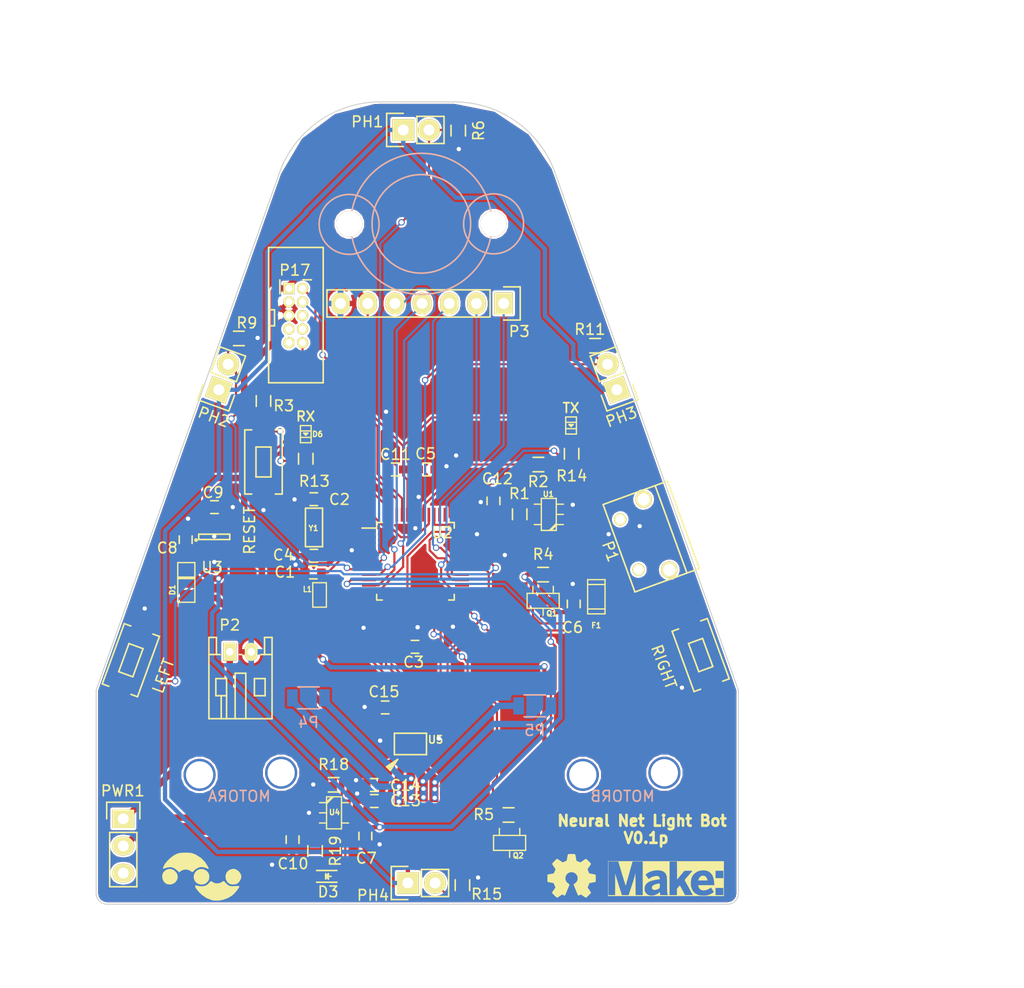
<source format=kicad_pcb>
(kicad_pcb (version 4) (host pcbnew 4.0.4-stable)
  (layers (0 F.Cu signal) (31 B.Cu signal) (34 B.Paste user) (35 F.Paste user) (36 B.SilkS user) (37 F.SilkS user) (38 B.Mask user) (39 F.Mask user) (44 Edge.Cuts user))
  (net 0 "")
  (net 1 "Net-(C1-Pad1)")
  (net 2 GND)
  (net 3 "Net-(C2-Pad1)")
  (net 4 +3V3)
  (net 5 "Net-(C4-Pad1)")
  (net 6 "Net-(C5-Pad1)")
  (net 7 VCOM)
  (net 8 VCC)
  (net 9 VBATT)
  (net 10 SBATT)
  (net 11 "Net-(D3-Pad1)")
  (net 12 "Net-(D6-Pad1)")
  (net 13 "Net-(D7-Pad1)")
  (net 14 "Net-(F1-Pad1)")
  (net 15 USB_D-)
  (net 16 USB_D+)
  (net 17 USB_ID)
  (net 18 "Net-(P1-Pad6)")
  (net 19 CS)
  (net 20 DC)
  (net 21 RES)
  (net 22 DATA)
  (net 23 CLK)
  (net 24 /AM1)
  (net 25 /AM2)
  (net 26 /BM1)
  (net 27 /BM2)
  (net 28 "Net-(P17-Pad7)")
  (net 29 "Net-(P17-Pad9)")
  (net 30 SWCLK)
  (net 31 "Net-(P17-Pad6)")
  (net 32 "Net-(P17-Pad8)")
  (net 33 RESET)
  (net 34 SWDIO)
  (net 35 "Net-(Q1-Pad3)")
  (net 36 PH_EN)
  (net 37 PHPWR)
  (net 38 USB_HOST_EN)
  (net 39 SENS1)
  (net 40 SENS2)
  (net 41 SENS3)
  (net 42 SENS4)
  (net 43 /RXLED)
  (net 44 /TXLED)
  (net 45 "Net-(R18-Pad2)")
  (net 46 "Net-(R19-Pad1)")
  (net 47 /BUT1)
  (net 48 /BUT2)
  (net 49 "Net-(U2-Pad3)")
  (net 50 "Net-(U2-Pad4)")
  (net 51 /TXO)
  (net 52 /RXI)
  (net 53 /SPI_MOSI)
  (net 54 /SPI_SCK)
  (net 55 "Net-(U2-Pad21)")
  (net 56 "Net-(U2-Pad26)")
  (net 57 "Net-(U2-Pad31)")
  (net 58 "Net-(U2-Pad32)")
  (net 59 "Net-(U2-Pad37)")
  (net 60 "Net-(U2-Pad38)")
  (net 61 "Net-(U2-Pad47)")
  (net 62 "Net-(PWR1-Pad3)")
  (net 63 /APHASE)
  (net 64 /APWM)
  (net 65 /BPHASE)
  (net 66 /BPWM)
  (module idlehands_footprints:Motor_PlasticGear_Holder (layer B.Cu) (at 163.4 111)
    (fp_text reference MOTORB (at -0.1 2) (layer B.SilkS) (effects (justify mirror)))
    (fp_text value Motor_PlasticGear_Holder hide)
    (pad 1 thru_hole circle (at -3.81 0) (size 3 3) (drill 2.54) (layers *.Cu *.Mask))
    (pad 1 thru_hole circle (at 3.81 -0.2) (size 3 3) (drill 2.54) (layers *.Cu *.Mask))
  )
  (module Capacitors_SMD:C_0603 (layer F.Cu) (at 134.41 92.08 180)
    (fp_text reference C1 (at 2.66 0.03 180) (layer F.SilkS))
    (fp_text value 0.1uF)
    (pad 1 smd rect (at -0.75 0 180) (size 0.8 0.75) (layers F.Cu F.Paste F.Mask) (net 1 "Net-(C1-Pad1)"))
    (pad 2 smd rect (at 0.75 0 180) (size 0.8 0.75) (layers F.Cu F.Paste F.Mask) (net 2 GND))
  )
  (module Capacitors_SMD:C_0603 (layer F.Cu) (at 134.45 85.23 180)
    (fp_text reference C2 (at -2.4 -0.02 180) (layer F.SilkS))
    (fp_text value 15pF)
    (pad 1 smd rect (at -0.75 0 180) (size 0.8 0.75) (layers F.Cu F.Paste F.Mask) (net 3 "Net-(C2-Pad1)"))
    (pad 2 smd rect (at 0.75 0 180) (size 0.8 0.75) (layers F.Cu F.Paste F.Mask) (net 2 GND))
  )
  (module Capacitors_SMD:C_0603 (layer F.Cu) (at 143.91 99.03)
    (fp_text reference C3 (at -0.13 1.43) (layer F.SilkS))
    (fp_text value 0.1uF)
    (pad 1 smd rect (at -0.75 0) (size 0.8 0.75) (layers F.Cu F.Paste F.Mask) (net 4 +3V3))
    (pad 2 smd rect (at 0.75 0) (size 0.8 0.75) (layers F.Cu F.Paste F.Mask) (net 2 GND))
  )
  (module Capacitors_SMD:C_0603 (layer F.Cu) (at 134.46 90.52 180)
    (fp_text reference C4 (at 2.86 0.07 180) (layer F.SilkS))
    (fp_text value 15pF)
    (pad 1 smd rect (at -0.75 0 180) (size 0.8 0.75) (layers F.Cu F.Paste F.Mask) (net 5 "Net-(C4-Pad1)"))
    (pad 2 smd rect (at 0.75 0 180) (size 0.8 0.75) (layers F.Cu F.Paste F.Mask) (net 2 GND))
  )
  (module Capacitors_SMD:C_0603 (layer F.Cu) (at 145 82.45)
    (fp_text reference C5 (at -0.1 -1.47) (layer F.SilkS))
    (fp_text value 0.1uF)
    (pad 1 smd rect (at -0.75 0) (size 0.8 0.75) (layers F.Cu F.Paste F.Mask) (net 6 "Net-(C5-Pad1)"))
    (pad 2 smd rect (at 0.75 0) (size 0.8 0.75) (layers F.Cu F.Paste F.Mask) (net 2 GND))
  )
  (module Capacitors_SMD:C_0603 (layer F.Cu) (at 158.74 95.02 90)
    (fp_text reference C6 (at -2.2 -0.1 180) (layer F.SilkS))
    (fp_text value 2.2uF)
    (pad 1 smd rect (at -0.75 0 90) (size 0.8 0.75) (layers F.Cu F.Paste F.Mask) (net 7 VCOM))
    (pad 2 smd rect (at 0.75 0 90) (size 0.8 0.75) (layers F.Cu F.Paste F.Mask) (net 2 GND))
  )
  (module Capacitors_SMD:C_0603 (layer F.Cu) (at 139.27 116.72 270)
    (fp_text reference C7 (at 2.07 -0.09 360) (layer F.SilkS))
    (fp_text value 4.7uF)
    (pad 1 smd rect (at -0.75 0 270) (size 0.8 0.75) (layers F.Cu F.Paste F.Mask) (net 8 VCC))
    (pad 2 smd rect (at 0.75 0 270) (size 0.8 0.75) (layers F.Cu F.Paste F.Mask) (net 2 GND))
  )
  (module Capacitors_SMD:C_0603 (layer F.Cu) (at 122.48 89.02 90)
    (fp_text reference C8 (at -0.77 -1.72 180) (layer F.SilkS))
    (fp_text value 1uF)
    (pad 1 smd rect (at -0.75 0 90) (size 0.8 0.75) (layers F.Cu F.Paste F.Mask) (net 8 VCC))
    (pad 2 smd rect (at 0.75 0 90) (size 0.8 0.75) (layers F.Cu F.Paste F.Mask) (net 2 GND))
  )
  (module Capacitors_SMD:C_0603 (layer F.Cu) (at 125.17 85.97)
    (fp_text reference C9 (at -0.12 -1.36) (layer F.SilkS))
    (fp_text value 2.2uF)
    (pad 1 smd rect (at -0.75 0) (size 0.8 0.75) (layers F.Cu F.Paste F.Mask) (net 4 +3V3))
    (pad 2 smd rect (at 0.75 0) (size 0.8 0.75) (layers F.Cu F.Paste F.Mask) (net 2 GND))
  )
  (module Capacitors_SMD:C_0603 (layer F.Cu) (at 132.47 117.06 270)
    (fp_text reference C10 (at 2.25 -0.04 360) (layer F.SilkS))
    (fp_text value 4.7uF)
    (pad 1 smd rect (at -0.75 0 270) (size 0.8 0.75) (layers F.Cu F.Paste F.Mask) (net 9 VBATT))
    (pad 2 smd rect (at 0.75 0 270) (size 0.8 0.75) (layers F.Cu F.Paste F.Mask) (net 2 GND))
  )
  (module Capacitors_SMD:C_0603 (layer F.Cu) (at 142.06 82.45 180)
    (fp_text reference C11 (at -0.02 1.41 180) (layer F.SilkS))
    (fp_text value 0.1uF)
    (pad 1 smd rect (at -0.75 0 180) (size 0.8 0.75) (layers F.Cu F.Paste F.Mask) (net 4 +3V3))
    (pad 2 smd rect (at 0.75 0 180) (size 0.8 0.75) (layers F.Cu F.Paste F.Mask) (net 2 GND))
  )
  (module Capacitors_SMD:C_0603 (layer F.Cu) (at 151.24 85.39 90)
    (fp_text reference C12 (at 2.07 0.37 180) (layer F.SilkS))
    (fp_text value 0.1uF)
    (pad 1 smd rect (at -0.75 0 90) (size 0.8 0.75) (layers F.Cu F.Paste F.Mask) (net 4 +3V3))
    (pad 2 smd rect (at 0.75 0 90) (size 0.8 0.75) (layers F.Cu F.Paste F.Mask) (net 2 GND))
  )
  (module Capacitors_SMD:C_0603 (layer F.Cu) (at 140.1 113.45 180)
    (fp_text reference C13 (at -2.92 0.03 180) (layer F.SilkS))
    (fp_text value 10uF)
    (pad 1 smd rect (at -0.75 0 180) (size 0.8 0.75) (layers F.Cu F.Paste F.Mask) (net 10 SBATT))
    (pad 2 smd rect (at 0.75 0 180) (size 0.8 0.75) (layers F.Cu F.Paste F.Mask) (net 2 GND))
  )
  (module Capacitors_SMD:C_0603 (layer F.Cu) (at 140.1 111.95 180)
    (fp_text reference C14 (at -2.93 -0.03 180) (layer F.SilkS))
    (fp_text value 0.1uF)
    (pad 1 smd rect (at -0.75 0 180) (size 0.8 0.75) (layers F.Cu F.Paste F.Mask) (net 10 SBATT))
    (pad 2 smd rect (at 0.75 0 180) (size 0.8 0.75) (layers F.Cu F.Paste F.Mask) (net 2 GND))
  )
  (module Capacitors_SMD:C_0603 (layer F.Cu) (at 141.12 104.7 180)
    (fp_text reference C15 (at 0.11 1.47 180) (layer F.SilkS))
    (fp_text value 0.1uF)
    (pad 1 smd rect (at -0.75 0 180) (size 0.8 0.75) (layers F.Cu F.Paste F.Mask) (net 4 +3V3))
    (pad 2 smd rect (at 0.75 0 180) (size 0.8 0.75) (layers F.Cu F.Paste F.Mask) (net 2 GND))
  )
  (module LEDs:LED-0603 (layer F.Cu) (at 135.8107 120.49)
    (fp_text reference D3 (at -0.02 1.45) (layer F.SilkS))
    (fp_text value LED)
    (pad 2 smd rect (at 0.7493 0 180) (size 0.79756 0.79756) (layers F.Cu F.Paste F.Mask) (net 8 VCC))
    (pad 1 smd rect (at -0.7493 0 180) (size 0.79756 0.79756) (layers F.Cu F.Paste F.Mask) (net 11 "Net-(D3-Pad1)"))
  )
  (module project_footprints:Led_0603 (layer F.Cu) (at 133.7 79.15 270)
    (fp_text reference D6 (at 0 -1.1 360) (layer F.SilkS) (effects (font (size 0.5 0.5) (thickness 0.125))))
    (fp_text value RX (at -1.66 0.02 360) (layer F.SilkS) (effects (font (size 0.9 0.9) (thickness 0.17))))
    (pad 2 smd rect (at -0.7493 0 270) (size 0.79756 0.79756) (layers F.Cu F.Paste F.Mask) (net 4 +3V3))
    (pad 1 smd rect (at 0.7493 0 270) (size 0.79756 0.79756) (layers F.Cu F.Paste F.Mask) (net 12 "Net-(D6-Pad1)"))
  )
  (module project_footprints:Led_0603 (layer F.Cu) (at 158.49 78.34 270)
    (fp_text reference D7 hide)
    (fp_text value TX (at -1.64 0.01 360) (layer F.SilkS) (effects (font (size 0.9 0.9) (thickness 0.17))))
    (pad 2 smd rect (at -0.7493 0 270) (size 0.79756 0.79756) (layers F.Cu F.Paste F.Mask) (net 4 +3V3))
    (pad 1 smd rect (at 0.7493 0 270) (size 0.79756 0.79756) (layers F.Cu F.Paste F.Mask) (net 13 "Net-(D7-Pad1)"))
  )
  (module project_footprints:c_1206 (layer F.Cu) (at 160.85 94.35 90)
    (fp_text reference F1 (at -2.68 -0.01 180) (layer F.SilkS) (effects (font (size 0.50038 0.50038) (thickness 0.11938))))
    (fp_text value 500mA hide)
    (pad 1 smd rect (at 1.397 0 90) (size 1.6002 1.8034) (layers F.Cu F.Paste F.Mask) (net 14 "Net-(F1-Pad1)"))
    (pad 2 smd rect (at -1.397 0 90) (size 1.6002 1.8034) (layers F.Cu F.Paste F.Mask) (net 7 VCOM))
  )
  (module project_footprints:R_SM0603 (layer F.Cu) (at 134.99 94.18 90)
    (fp_text reference L1 (at 0.53 -1.14 180) (layer F.SilkS) (effects (font (size 0.508 0.4572) (thickness 0.1143))))
    (fp_text value "FB - 30Ohm" hide)
    (pad 1 smd rect (at -0.762 0 90) (size 0.635 1.143) (layers F.Cu F.Paste F.Mask) (net 4 +3V3))
    (pad 2 smd rect (at 0.762 0 90) (size 0.635 1.143) (layers F.Cu F.Paste F.Mask) (net 1 "Net-(C1-Pad1)"))
  )
  (module Connect:USB_Micro-B (layer F.Cu) (at 165.4 88.93 110)
    (fp_text reference P1 (at 0 -3.45 110) (layer F.SilkS))
    (fp_text value USB_OTG)
    (pad 1 smd rect (at -1.3009 -1.56254 200) (size 1.35 0.4) (layers F.Cu F.Paste F.Mask) (net 14 "Net-(F1-Pad1)"))
    (pad 2 smd rect (at -0.6509 -1.56254 200) (size 1.35 0.4) (layers F.Cu F.Paste F.Mask) (net 15 USB_D-))
    (pad 3 smd rect (at -0.0009 -1.56254 200) (size 1.35 0.4) (layers F.Cu F.Paste F.Mask) (net 16 USB_D+))
    (pad 4 smd rect (at 0.6491 -1.56254 200) (size 1.35 0.4) (layers F.Cu F.Paste F.Mask) (net 17 USB_ID))
    (pad 5 smd rect (at 1.2991 -1.56254 200) (size 1.35 0.4) (layers F.Cu F.Paste F.Mask) (net 2 GND))
    (pad 6 thru_hole oval (at -2.5009 -1.56254 200) (size 1.15 1.15) (drill 0.85) (layers *.Cu *.Mask F.SilkS) (net 18 "Net-(P1-Pad6)"))
    (pad 6 thru_hole oval (at 2.4991 -1.56254 200) (size 1.15 1.15) (drill 0.85) (layers *.Cu *.Mask F.SilkS) (net 18 "Net-(P1-Pad6)"))
    (pad 6 thru_hole oval (at -3.5009 1.13746 200) (size 1.55 1.55) (drill 1.15) (layers *.Cu *.Mask F.SilkS) (net 18 "Net-(P1-Pad6)"))
    (pad 6 thru_hole oval (at 3.4991 1.13746 200) (size 1.55 1.55) (drill 1.15) (layers *.Cu *.Mask F.SilkS) (net 18 "Net-(P1-Pad6)"))
  )
  (module Pin_Headers:Pin_Header_Straight_1x07 (layer F.Cu) (at 152.19 66.93 270)
    (fp_text reference P3 (at 2.62 -1.46 360) (layer F.SilkS))
    (fp_text value CONN_01X07)
    (pad 1 thru_hole rect (at 0 0 270) (size 2.032 1.7272) (drill 1.016) (layers *.Cu *.Mask F.SilkS) (net 19 CS))
    (pad 2 thru_hole oval (at 0 2.54 270) (size 2.032 1.7272) (drill 1.016) (layers *.Cu *.Mask F.SilkS) (net 20 DC))
    (pad 3 thru_hole oval (at 0 5.08 270) (size 2.032 1.7272) (drill 1.016) (layers *.Cu *.Mask F.SilkS) (net 21 RES))
    (pad 4 thru_hole oval (at 0 7.62 270) (size 2.032 1.7272) (drill 1.016) (layers *.Cu *.Mask F.SilkS) (net 22 DATA))
    (pad 5 thru_hole oval (at 0 10.16 270) (size 2.032 1.7272) (drill 1.016) (layers *.Cu *.Mask F.SilkS) (net 23 CLK))
    (pad 6 thru_hole oval (at 0 12.7 270) (size 2.032 1.7272) (drill 1.016) (layers *.Cu *.Mask F.SilkS) (net 4 +3V3))
    (pad 7 thru_hole oval (at 0 15.24 270) (size 2.032 1.7272) (drill 1.016) (layers *.Cu *.Mask F.SilkS) (net 2 GND))
  )
  (module Capacitors_SMD:C_1206 (layer B.Cu) (at 133.95 103.8)
    (fp_text reference P4 (at 0 2.3) (layer B.SilkS) (effects (justify mirror)))
    (fp_text value MOTOR_A)
    (pad 1 smd rect (at -1.5 0) (size 1 1.6) (layers B.Cu B.Paste B.Mask) (net 24 /AM1))
    (pad 2 smd rect (at 1.5 0) (size 1 1.6) (layers B.Cu B.Paste B.Mask) (net 25 /AM2))
  )
  (module Capacitors_SMD:C_1206 (layer B.Cu) (at 155.1 104.55)
    (fp_text reference P5 (at 0 2.3) (layer B.SilkS) (effects (justify mirror)))
    (fp_text value MOTOR_B)
    (pad 1 smd rect (at -1.5 0) (size 1 1.6) (layers B.Cu B.Paste B.Mask) (net 26 /BM1))
    (pad 2 smd rect (at 1.5 0) (size 1 1.6) (layers B.Cu B.Paste B.Mask) (net 27 /BM2))
  )
  (module idlehands_footprints:SOT23 (layer F.Cu) (at 152.745214 117.362318 180)
    (fp_text reference Q2 (at -0.81 -1.19 180) (layer F.SilkS) (effects (font (size 0.5 0.5) (thickness 0.125))))
    (fp_text value Q_PMOS_GSD hide)
    (pad 1 smd rect (at -0.9525 1.05664 180) (size 0.59944 1.00076) (layers F.Cu F.Paste F.Mask) (net 36 PH_EN))
    (pad 3 smd rect (at 0 -1.05664 180) (size 0.59944 1.00076) (layers F.Cu F.Paste F.Mask) (net 37 PHPWR))
    (pad 2 smd rect (at 0.9525 1.05664 180) (size 0.59944 1.00076) (layers F.Cu F.Paste F.Mask) (net 4 +3V3))
  )
  (module Resistors_SMD:R_0603 (layer F.Cu) (at 153.69 86.64 90)
    (fp_text reference R1 (at 1.93 -0.03 180) (layer F.SilkS))
    (fp_text value 100k)
    (pad 1 smd rect (at -0.75 0 90) (size 0.5 0.9) (layers F.Cu F.Paste F.Mask) (net 8 VCC))
    (pad 2 smd rect (at 0.75 0 90) (size 0.5 0.9) (layers F.Cu F.Paste F.Mask) (net 17 USB_ID))
  )
  (module Resistors_SMD:R_0603 (layer F.Cu) (at 155.44 81.99 180)
    (fp_text reference R2 (at 0.02 -1.6 180) (layer F.SilkS))
    (fp_text value 330)
    (pad 1 smd rect (at -0.75 0 180) (size 0.5 0.9) (layers F.Cu F.Paste F.Mask) (net 17 USB_ID))
    (pad 2 smd rect (at 0.75 0 180) (size 0.5 0.9) (layers F.Cu F.Paste F.Mask) (net 38 USB_HOST_EN))
  )
  (module Resistors_SMD:R_0603 (layer F.Cu) (at 129.75 76.05 270)
    (fp_text reference R3 (at 0.45 -1.9 360) (layer F.SilkS))
    (fp_text value 10k)
    (pad 1 smd rect (at -0.75 0 270) (size 0.5 0.9) (layers F.Cu F.Paste F.Mask) (net 4 +3V3))
    (pad 2 smd rect (at 0.75 0 270) (size 0.5 0.9) (layers F.Cu F.Paste F.Mask) (net 33 RESET))
  )
  (module Resistors_SMD:R_0603 (layer F.Cu) (at 155.88 92.28)
    (fp_text reference R4 (at 0 -1.9) (layer F.SilkS))
    (fp_text value 47K)
    (pad 1 smd rect (at -0.75 0) (size 0.5 0.9) (layers F.Cu F.Paste F.Mask) (net 8 VCC))
    (pad 2 smd rect (at 0.75 0) (size 0.5 0.9) (layers F.Cu F.Paste F.Mask) (net 35 "Net-(Q1-Pad3)"))
  )
  (module Resistors_SMD:R_0603 (layer F.Cu) (at 152.65 114.75 180)
    (fp_text reference R5 (at 2.32 0.04 180) (layer F.SilkS))
    (fp_text value 47K)
    (pad 1 smd rect (at -0.75 0 180) (size 0.5 0.9) (layers F.Cu F.Paste F.Mask) (net 36 PH_EN))
    (pad 2 smd rect (at 0.75 0 180) (size 0.5 0.9) (layers F.Cu F.Paste F.Mask) (net 4 +3V3))
  )
  (module Resistors_SMD:R_0603 (layer F.Cu) (at 147.95 50.77 270)
    (fp_text reference R6 (at 0 -1.9 270) (layer F.SilkS))
    (fp_text value 10K)
    (pad 1 smd rect (at -0.75 0 270) (size 0.5 0.9) (layers F.Cu F.Paste F.Mask) (net 39 SENS1))
    (pad 2 smd rect (at 0.75 0 270) (size 0.5 0.9) (layers F.Cu F.Paste F.Mask) (net 2 GND))
  )
  (module Pin_Headers:Pin_Header_Straight_1x02 (layer F.Cu) (at 142.81 50.71 90)
    (fp_text reference PH1 (at 0.76 -3.36 180) (layer F.SilkS))
    (fp_text value Photores)
    (pad 1 thru_hole rect (at 0 0 90) (size 2.032 2.032) (drill 1.016) (layers *.Cu *.Mask F.SilkS) (net 37 PHPWR))
    (pad 2 thru_hole oval (at 0 2.41 90) (size 2.032 2.032) (drill 1.016) (layers *.Cu *.Mask F.SilkS) (net 39 SENS1))
  )
  (module Pin_Headers:Pin_Header_Straight_1x02 (layer F.Cu) (at 125.581269 75 160)
    (fp_text reference PH2 (at -0.419906 -2.56082 160) (layer F.SilkS))
    (fp_text value Photores)
    (pad 1 thru_hole rect (at 0 0 160) (size 2.032 2.032) (drill 1.016) (layers *.Cu *.Mask F.SilkS) (net 37 PHPWR))
    (pad 2 thru_hole oval (at 0 2.54 160) (size 2.032 2.032) (drill 1.016) (layers *.Cu *.Mask F.SilkS) (net 40 SENS2))
  )
  (module Resistors_SMD:R_0603 (layer F.Cu) (at 127.45 70.2)
    (fp_text reference R9 (at 0.75 -1.45) (layer F.SilkS))
    (fp_text value 10K)
    (pad 1 smd rect (at -0.75 0) (size 0.5 0.9) (layers F.Cu F.Paste F.Mask) (net 40 SENS2))
    (pad 2 smd rect (at 0.75 0) (size 0.5 0.9) (layers F.Cu F.Paste F.Mask) (net 2 GND))
  )
  (module Pin_Headers:Pin_Header_Straight_1x02 (layer F.Cu) (at 162.768731 75 200)
    (fp_text reference PH3 (at 0.469276 -2.542851 200) (layer F.SilkS))
    (fp_text value Photores)
    (pad 1 thru_hole rect (at 0 0 200) (size 2.032 2.032) (drill 1.016) (layers *.Cu *.Mask F.SilkS) (net 37 PHPWR))
    (pad 2 thru_hole oval (at 0 2.54 200) (size 2.032 2.032) (drill 1.016) (layers *.Cu *.Mask F.SilkS) (net 41 SENS3))
  )
  (module Resistors_SMD:R_0603 (layer F.Cu) (at 160.74 70.88)
    (fp_text reference R11 (at -0.49 -1.53) (layer F.SilkS))
    (fp_text value 10K)
    (pad 1 smd rect (at -0.75 0) (size 0.5 0.9) (layers F.Cu F.Paste F.Mask) (net 41 SENS3))
    (pad 2 smd rect (at 0.75 0) (size 0.5 0.9) (layers F.Cu F.Paste F.Mask) (net 2 GND))
  )
  (module Pin_Headers:Pin_Header_Straight_1x02 (layer F.Cu) (at 143.24 121.11 90)
    (fp_text reference PH4 (at -1.15 -3.26 180) (layer F.SilkS))
    (fp_text value Photores)
    (pad 1 thru_hole rect (at 0 0 90) (size 2.032 2.032) (drill 1.016) (layers *.Cu *.Mask F.SilkS) (net 37 PHPWR))
    (pad 2 thru_hole oval (at 0 2.54 90) (size 2.032 2.032) (drill 1.016) (layers *.Cu *.Mask F.SilkS) (net 42 SENS4))
  )
  (module Resistors_SMD:R_0603 (layer F.Cu) (at 133.7 81.45 90)
    (fp_text reference R13 (at -2.1 0.8 180) (layer F.SilkS))
    (fp_text value 1k)
    (pad 1 smd rect (at -0.75 0 90) (size 0.5 0.9) (layers F.Cu F.Paste F.Mask) (net 43 /RXLED))
    (pad 2 smd rect (at 0.75 0 90) (size 0.5 0.9) (layers F.Cu F.Paste F.Mask) (net 12 "Net-(D6-Pad1)"))
  )
  (module Resistors_SMD:R_0603 (layer F.Cu) (at 158.54 80.98 90)
    (fp_text reference R14 (at -2.07 0.01 180) (layer F.SilkS))
    (fp_text value 1k)
    (pad 1 smd rect (at -0.75 0 90) (size 0.5 0.9) (layers F.Cu F.Paste F.Mask) (net 44 /TXLED))
    (pad 2 smd rect (at 0.75 0 90) (size 0.5 0.9) (layers F.Cu F.Paste F.Mask) (net 13 "Net-(D7-Pad1)"))
  )
  (module Resistors_SMD:R_0603 (layer F.Cu) (at 148.34 121.31 90)
    (fp_text reference R15 (at -0.84 2.27 180) (layer F.SilkS))
    (fp_text value 10K)
    (pad 1 smd rect (at -0.75 0 90) (size 0.5 0.9) (layers F.Cu F.Paste F.Mask) (net 42 SENS4))
    (pad 2 smd rect (at 0.75 0 90) (size 0.5 0.9) (layers F.Cu F.Paste F.Mask) (net 2 GND))
  )
  (module Resistors_SMD:R_0603 (layer F.Cu) (at 134.57 118.12 270)
    (fp_text reference R19 (at 0 -1.9 270) (layer F.SilkS))
    (fp_text value 1K)
    (pad 1 smd rect (at -0.75 0 270) (size 0.5 0.9) (layers F.Cu F.Paste F.Mask) (net 46 "Net-(R19-Pad1)"))
    (pad 2 smd rect (at 0.75 0 270) (size 0.5 0.9) (layers F.Cu F.Paste F.Mask) (net 11 "Net-(D3-Pad1)"))
  )
  (module Buttons_Switches_SMD:SW_SPST_EVQPE1 (layer F.Cu) (at 170.6 99.8 290)
    (fp_text reference RIGHT (at -0.146308 3.618162 290) (layer F.SilkS))
    (fp_text value SW_PUSH)
    (pad 2 smd rect (at 2.7 0 290) (size 2 1.6) (layers F.Cu F.Paste F.Mask) (net 2 GND))
    (pad 1 smd rect (at -2.7 0 290) (size 2 1.6) (layers F.Cu F.Paste F.Mask) (net 47 /BUT1))
  )
  (module Buttons_Switches_SMD:SW_SPST_EVQPE1 (layer F.Cu) (at 117.36 100.28 70)
    (fp_text reference LEFT (at -0.341607 3.359435 70) (layer F.SilkS))
    (fp_text value SW_PUSH)
    (pad 2 smd rect (at 2.7 0 70) (size 2 1.6) (layers F.Cu F.Paste F.Mask) (net 2 GND))
    (pad 1 smd rect (at -2.7 0 70) (size 2 1.6) (layers F.Cu F.Paste F.Mask) (net 48 /BUT2))
  )
  (module Buttons_Switches_SMD:SW_SPST_EVQPE1 (layer F.Cu) (at 129.75 81.75 270)
    (fp_text reference RESET (at 6.4 1.3 270) (layer F.SilkS))
    (fp_text value SW_PUSH)
    (pad 2 smd rect (at 2.7 0 270) (size 2 1.6) (layers F.Cu F.Paste F.Mask) (net 2 GND))
    (pad 1 smd rect (at -2.7 0 270) (size 2 1.6) (layers F.Cu F.Paste F.Mask) (net 33 RESET))
  )
  (module project_footprints:sot23-5 (layer F.Cu) (at 156.41 86.65 90)
    (fp_text reference U1 (at 1.89 -0.04 180) (layer F.SilkS) (effects (font (size 0.5 0.5) (thickness 0.125))))
    (fp_text value 74AHC1G125 hide)
    (pad 1 smd rect (at -0.9525 1.05664 90) (size 0.59944 1.00076) (layers F.Cu F.Paste F.Mask) (net 17 USB_ID))
    (pad 3 smd rect (at 0.9525 1.05664 90) (size 0.59944 1.00076) (layers F.Cu F.Paste F.Mask) (net 2 GND))
    (pad 2 smd rect (at 0 1.05664 90) (size 0.59944 1.00076) (layers F.Cu F.Paste F.Mask) (net 17 USB_ID))
    (pad 4 smd rect (at 0.9525 -1.05664 90) (size 0.59944 1.00076) (layers F.Cu F.Paste F.Mask) (net 35 "Net-(Q1-Pad3)"))
    (pad 5 smd rect (at -0.9525 -1.05664 90) (size 0.59944 1.00076) (layers F.Cu F.Paste F.Mask) (net 8 VCC))
  )
  (module project_footprints:TQFP-48_7x7mm_Pitch0.5mm (layer F.Cu) (at 143.95 91.03)
    (fp_text reference U2 (at 2.5 -2.67) (layer F.SilkS))
    (fp_text value SAMD21G18)
    (pad 1 smd rect (at -4.35 -2.75) (size 1.3 0.25) (layers F.Cu F.Paste F.Mask) (net 3 "Net-(C2-Pad1)"))
    (pad 2 smd rect (at -4.35 -2.25) (size 1.3 0.25) (layers F.Cu F.Paste F.Mask) (net 5 "Net-(C4-Pad1)"))
    (pad 3 smd rect (at -4.35 -1.75) (size 1.3 0.25) (layers F.Cu F.Paste F.Mask) (net 49 "Net-(U2-Pad3)"))
    (pad 4 smd rect (at -4.35 -1.25) (size 1.3 0.25) (layers F.Cu F.Paste F.Mask) (net 50 "Net-(U2-Pad4)"))
    (pad 5 smd rect (at -4.35 -0.75) (size 1.3 0.25) (layers F.Cu F.Paste F.Mask) (net 2 GND))
    (pad 6 smd rect (at -4.35 -0.25) (size 1.3 0.25) (layers F.Cu F.Paste F.Mask) (net 1 "Net-(C1-Pad1)"))
    (pad 7 smd rect (at -4.35 0.25) (size 1.3 0.25) (layers F.Cu F.Paste F.Mask) (net 39 SENS1))
    (pad 8 smd rect (at -4.35 0.75) (size 1.3 0.25) (layers F.Cu F.Paste F.Mask) (net 40 SENS2))
    (pad 9 smd rect (at -4.35 1.25) (size 1.3 0.25) (layers F.Cu F.Paste F.Mask) (net 41 SENS3))
    (pad 10 smd rect (at -4.35 1.75) (size 1.3 0.25) (layers F.Cu F.Paste F.Mask) (net 42 SENS4))
    (pad 11 smd rect (at -4.35 2.25) (size 1.3 0.25) (layers F.Cu F.Paste F.Mask) (net 22 DATA))
    (pad 12 smd rect (at -4.35 2.75) (size 1.3 0.25) (layers F.Cu F.Paste F.Mask) (net 23 CLK))
    (pad 13 smd rect (at -2.75 4.35 90) (size 1.3 0.25) (layers F.Cu F.Paste F.Mask) (net 63 /APHASE))
    (pad 14 smd rect (at -2.25 4.35 90) (size 1.3 0.25) (layers F.Cu F.Paste F.Mask) (net 64 /APWM))
    (pad 15 smd rect (at -1.75 4.35 90) (size 1.3 0.25) (layers F.Cu F.Paste F.Mask) (net 51 /TXO))
    (pad 16 smd rect (at -1.25 4.35 90) (size 1.3 0.25) (layers F.Cu F.Paste F.Mask) (net 52 /RXI))
    (pad 17 smd rect (at -0.75 4.35 90) (size 1.3 0.25) (layers F.Cu F.Paste F.Mask) (net 4 +3V3))
    (pad 18 smd rect (at -0.25 4.35 90) (size 1.3 0.25) (layers F.Cu F.Paste F.Mask) (net 2 GND))
    (pad 19 smd rect (at 0.25 4.35 90) (size 1.3 0.25) (layers F.Cu F.Paste F.Mask) (net 53 /SPI_MOSI))
    (pad 20 smd rect (at 0.75 4.35 90) (size 1.3 0.25) (layers F.Cu F.Paste F.Mask) (net 54 /SPI_SCK))
    (pad 21 smd rect (at 1.25 4.35 90) (size 1.3 0.25) (layers F.Cu F.Paste F.Mask) (net 55 "Net-(U2-Pad21)"))
    (pad 22 smd rect (at 1.75 4.35 90) (size 1.3 0.25) (layers F.Cu F.Paste F.Mask) (net 36 PH_EN))
    (pad 23 smd rect (at 2.25 4.35 90) (size 1.3 0.25) (layers F.Cu F.Paste F.Mask) (net 47 /BUT1))
    (pad 24 smd rect (at 2.75 4.35 90) (size 1.3 0.25) (layers F.Cu F.Paste F.Mask) (net 65 /BPHASE))
    (pad 25 smd rect (at 4.35 2.75) (size 1.3 0.25) (layers F.Cu F.Paste F.Mask) (net 19 CS))
    (pad 26 smd rect (at 4.35 2.25) (size 1.3 0.25) (layers F.Cu F.Paste F.Mask) (net 56 "Net-(U2-Pad26)"))
    (pad 27 smd rect (at 4.35 1.75) (size 1.3 0.25) (layers F.Cu F.Paste F.Mask) (net 20 DC))
    (pad 28 smd rect (at 4.35 1.25) (size 1.3 0.25) (layers F.Cu F.Paste F.Mask) (net 21 RES))
    (pad 29 smd rect (at 4.35 0.75) (size 1.3 0.25) (layers F.Cu F.Paste F.Mask) (net 66 /BPWM))
    (pad 30 smd rect (at 4.35 0.25) (size 1.3 0.25) (layers F.Cu F.Paste F.Mask) (net 48 /BUT2))
    (pad 31 smd rect (at 4.35 -0.25) (size 1.3 0.25) (layers F.Cu F.Paste F.Mask) (net 57 "Net-(U2-Pad31)"))
    (pad 32 smd rect (at 4.35 -0.75) (size 1.3 0.25) (layers F.Cu F.Paste F.Mask) (net 58 "Net-(U2-Pad32)"))
    (pad 33 smd rect (at 4.35 -1.25) (size 1.3 0.25) (layers F.Cu F.Paste F.Mask) (net 15 USB_D-))
    (pad 34 smd rect (at 4.35 -1.75) (size 1.3 0.25) (layers F.Cu F.Paste F.Mask) (net 16 USB_D+))
    (pad 35 smd rect (at 4.35 -2.25) (size 1.3 0.25) (layers F.Cu F.Paste F.Mask) (net 2 GND))
    (pad 36 smd rect (at 4.35 -2.75) (size 1.3 0.25) (layers F.Cu F.Paste F.Mask) (net 4 +3V3))
    (pad 37 smd rect (at 2.75 -4.35 90) (size 1.3 0.25) (layers F.Cu F.Paste F.Mask) (net 59 "Net-(U2-Pad37)"))
    (pad 38 smd rect (at 2.25 -4.35 90) (size 1.3 0.25) (layers F.Cu F.Paste F.Mask) (net 60 "Net-(U2-Pad38)"))
    (pad 39 smd rect (at 1.75 -4.35 90) (size 1.3 0.25) (layers F.Cu F.Paste F.Mask) (net 44 /TXLED))
    (pad 40 smd rect (at 1.25 -4.35 90) (size 1.3 0.25) (layers F.Cu F.Paste F.Mask) (net 33 RESET))
    (pad 41 smd rect (at 0.75 -4.35 90) (size 1.3 0.25) (layers F.Cu F.Paste F.Mask) (net 38 USB_HOST_EN))
    (pad 42 smd rect (at 0.25 -4.35 90) (size 1.3 0.25) (layers F.Cu F.Paste F.Mask) (net 2 GND))
    (pad 43 smd rect (at -0.25 -4.35 90) (size 1.3 0.25) (layers F.Cu F.Paste F.Mask) (net 6 "Net-(C5-Pad1)"))
    (pad 44 smd rect (at -0.75 -4.35 90) (size 1.3 0.25) (layers F.Cu F.Paste F.Mask) (net 4 +3V3))
    (pad 45 smd rect (at -1.25 -4.35 90) (size 1.3 0.25) (layers F.Cu F.Paste F.Mask) (net 30 SWCLK))
    (pad 46 smd rect (at -1.75 -4.35 90) (size 1.3 0.25) (layers F.Cu F.Paste F.Mask) (net 34 SWDIO))
    (pad 47 smd rect (at -2.25 -4.35 90) (size 1.3 0.25) (layers F.Cu F.Paste F.Mask) (net 61 "Net-(U2-Pad47)"))
    (pad 48 smd rect (at -2.75 -4.35 90) (size 1.3 0.25) (layers F.Cu F.Paste F.Mask) (net 43 /RXLED))
  )
  (module TO_SOT_Packages_SMD:SOT-23-5 (layer F.Cu) (at 125.15 88.75 90)
    (fp_text reference U3 (at -2.85 -0.2 180) (layer F.SilkS))
    (fp_text value AP2112K-3.3V)
    (pad 1 smd rect (at -1.1 -0.95 90) (size 1.06 0.65) (layers F.Cu F.Paste F.Mask) (net 8 VCC))
    (pad 2 smd rect (at -1.1 0 90) (size 1.06 0.65) (layers F.Cu F.Paste F.Mask) (net 2 GND))
    (pad 3 smd rect (at -1.1 0.95 90) (size 1.06 0.65) (layers F.Cu F.Paste F.Mask) (net 8 VCC))
    (pad 4 smd rect (at 1.1 0.95 90) (size 1.06 0.65) (layers F.Cu F.Paste F.Mask))
    (pad 5 smd rect (at 1.1 -0.95 90) (size 1.06 0.65) (layers F.Cu F.Paste F.Mask) (net 4 +3V3))
  )
  (module idlehands_footprints:sot23-5 (layer F.Cu) (at 136.34 114.55 270)
    (fp_text reference U4 (at -0.05 -0.05 360) (layer F.SilkS) (effects (font (size 0.5 0.5) (thickness 0.125))))
    (fp_text value MCP73831T hide)
    (pad 1 smd rect (at -0.9525 1.05664 270) (size 0.59944 1.00076) (layers F.Cu F.Paste F.Mask) (net 46 "Net-(R19-Pad1)"))
    (pad 3 smd rect (at 0.9525 1.05664 270) (size 0.59944 1.00076) (layers F.Cu F.Paste F.Mask) (net 9 VBATT))
    (pad 2 smd rect (at 0 1.05664 270) (size 0.59944 1.00076) (layers F.Cu F.Paste F.Mask) (net 2 GND))
    (pad 4 smd rect (at 0.9525 -1.05664 270) (size 0.59944 1.00076) (layers F.Cu F.Paste F.Mask) (net 8 VCC))
    (pad 5 smd rect (at -0.9525 -1.05664 270) (size 0.59944 1.00076) (layers F.Cu F.Paste F.Mask) (net 45 "Net-(R18-Pad2)"))
  )
  (module project_footprints:WSON-12-2x3 (layer F.Cu) (at 143.48 108.11 90)
    (fp_text reference U5 (at 0.4 2.35 180) (layer F.SilkS) (effects (font (size 0.7 0.7))))
    (fp_text value DRV8835 hide)
    (pad 6 smd rect (at -0.25 -1.5 90) (size 0.25 0.7) (layers F.Cu F.Paste F.Mask) (net 2 GND))
    (pad 6 smd rect (at 0.25 -1.5 90) (size 0.25 0.7) (layers F.Cu F.Paste F.Mask) (net 2 GND))
    (pad 6 smd rect (at 0.25 1.5 90) (size 0.25 0.7) (layers F.Cu F.Paste F.Mask) (net 2 GND))
    (pad 11 smd rect (at 0.95 -0.75 90) (size 0.5 0.25) (layers F.Cu F.Paste F.Mask) (net 4 +3V3))
    (pad 12 smd rect (at 0.95 -1.25 90) (size 0.5 0.25) (layers F.Cu F.Paste F.Mask) (net 4 +3V3))
    (pad 10 smd rect (at 0.95 -0.25 90) (size 0.5 0.25) (layers F.Cu F.Paste F.Mask) (net 63 /APHASE))
    (pad 9 smd rect (at 0.95 0.25 90) (size 0.5 0.25) (layers F.Cu F.Paste F.Mask) (net 64 /APWM))
    (pad 6 smd rect (at -0.95 1.25 90) (size 0.5 0.25) (layers F.Cu F.Paste F.Mask) (net 2 GND))
    (pad 7 smd rect (at 0.95 1.25 90) (size 0.5 0.25) (layers F.Cu F.Paste F.Mask) (net 66 /BPWM))
    (pad 8 smd rect (at 0.95 0.75 90) (size 0.5 0.25) (layers F.Cu F.Paste F.Mask) (net 65 /BPHASE))
    (pad 5 smd rect (at -0.95 0.75 90) (size 0.5 0.25) (layers F.Cu F.Paste F.Mask) (net 27 /BM2))
    (pad 4 smd rect (at -0.95 0.25 90) (size 0.5 0.25) (layers F.Cu F.Paste F.Mask) (net 26 /BM1))
    (pad 1 smd rect (at -0.95 -1.25 90) (size 0.5 0.25) (layers F.Cu F.Paste F.Mask) (net 10 SBATT))
    (pad 2 smd rect (at -0.95 -0.75 90) (size 0.5 0.25) (layers F.Cu F.Paste F.Mask) (net 24 /AM1))
    (pad 6 smd rect (at 0 0 90) (size 0.84 2.4) (layers F.Cu F.Mask) (net 2 GND))
    (pad 3 smd rect (at -0.95 -0.25 90) (size 0.5 0.25) (layers F.Cu F.Paste F.Mask) (net 25 /AM2))
    (pad 6 smd rect (at -0.25 1.5 90) (size 0.25 0.7) (layers F.Cu F.Paste F.Mask) (net 2 GND))
  )
  (module idlehands_footprints:Wheel_Ball (layer B.Cu) (at 144.5 59.49)
    (fp_text reference REF** hide)
    (fp_text value Wheel_Ball hide)
    (pad 1 thru_hole circle (at -6.73 0) (size 2.4 2.4) (drill 2.4) (layers *.Cu *.Mask B.SilkS))
    (pad 1 thru_hole circle (at 6.73 0) (size 2.4 2.4) (drill 2.4) (layers *.Cu *.Mask B.SilkS))
  )
  (module idlehands_footprints:crystal_smd_3.2x1.5 (layer F.Cu) (at 134.47 87.87 90)
    (fp_text reference Y1 (at -0.07 -0.05 180) (layer F.SilkS) (effects (font (size 0.5 0.5) (thickness 0.125))))
    (fp_text value Crystal_Small hide)
    (pad 1 smd rect (at -1.2 0 90) (size 1.1 1.9) (layers F.Cu F.Paste F.Mask) (net 5 "Net-(C4-Pad1)"))
    (pad 2 smd rect (at 1.2 0 90) (size 1.1 1.9) (layers F.Cu F.Paste F.Mask) (net 3 "Net-(C2-Pad1)"))
  )
  (module idlehands_footprints:bat20j (layer F.Cu) (at 122.54 93.01 90)
    (fp_text reference D1 (at -0.7 -1.3 90) (layer F.SilkS) (effects (font (size 0.5 0.5) (thickness 0.125))))
    (fp_text value D_Schottky hide)
    (pad 2 smd rect (at -1.45 0 90) (size 1.5 1.2) (layers F.Cu F.Paste F.Mask) (net 10 SBATT))
    (pad 1 smd rect (at 1.45 0 90) (size 1.5 1.2) (layers F.Cu F.Paste F.Mask) (net 8 VCC))
  )
  (module Pin_Headers:Pin_Header_Straight_1x03 (layer F.Cu) (at 116.65 115.11)
    (fp_text reference PWR1 (at -0.05 -2.61) (layer F.SilkS))
    (fp_text value SWITCH_INV)
    (pad 1 thru_hole rect (at 0 0) (size 2.032 1.7272) (drill 1.016) (layers *.Cu *.Mask F.SilkS) (net 10 SBATT))
    (pad 2 thru_hole oval (at 0 2.54) (size 2.032 1.7272) (drill 1.016) (layers *.Cu *.Mask F.SilkS) (net 9 VBATT))
    (pad 3 thru_hole oval (at 0 5.08) (size 2.032 1.7272) (drill 1.016) (layers *.Cu *.Mask F.SilkS) (net 62 "Net-(PWR1-Pad3)"))
  )
  (module Resistors_SMD:R_0603 (layer F.Cu) (at 136.31 111.93)
    (fp_text reference R18 (at 0 -1.9) (layer F.SilkS))
    (fp_text value 33k)
    (pad 1 smd rect (at -0.75 0) (size 0.5 0.9) (layers F.Cu F.Paste F.Mask) (net 2 GND))
    (pad 2 smd rect (at 0.75 0) (size 0.5 0.9) (layers F.Cu F.Paste F.Mask) (net 45 "Net-(R18-Pad2)"))
  )
  (module idlehands_footprints:Motor_PlasticGear_Holder (layer B.Cu) (at 127.59 111)
    (fp_text reference MOTORA (at -0.1 2) (layer B.SilkS) (effects (justify mirror)))
    (fp_text value Motor_PlasticGear_Holder hide)
    (pad 1 thru_hole circle (at -3.81 0) (size 3 3) (drill 2.54) (layers *.Cu *.Mask))
    (pad 1 thru_hole circle (at 3.81 -0.2) (size 3 3) (drill 2.54) (layers *.Cu *.Mask))
  )
  (module Connectors_JST_PH:Connectors_JST_S2B-PH-K (layer F.Cu) (at 126.6 99.5)
    (fp_text reference P2 (at 0 -2.5) (layer F.SilkS))
    (fp_text value BatteryHolder)
    (pad 1 thru_hole rect (at 0 0) (size 1.2 1.7) (drill 0.7) (layers *.Cu *.Mask F.SilkS) (net 9 VBATT))
    (pad 2 thru_hole oval (at 2 0) (size 1.2 1.7) (drill 0.7) (layers *.Cu *.Mask F.SilkS) (net 2 GND))
  )
  (module idlehands_footprints:Make_Logo (layer F.Cu) (at 196.8 80.2)
    (fp_text reference G*** hide)
    (fp_text value LOGO hide)
  )
  (module idlehands_footprints:Make_Logo (layer F.Cu) (at 167.35 120.7)
    (fp_text reference G*** hide)
    (fp_text value LOGO hide)
  )
  (module idlehands_footprints:IdlehandsdevLogo (layer F.Cu) (at 123.95 120.45)
    (fp_text reference G*** hide)
    (fp_text value LOGO hide)
  )
  (module idlehands_footprints:OSHLogo (layer F.Cu) (at 158.55 120.5)
    (fp_text reference G*** hide)
    (fp_text value LOGO hide)
  )
  (module idlehands_footprints:Atmel_ICE_Connector_02x05 (layer F.Cu) (at 132.78 68.02)
    (fp_text reference P17 (at -0.1 -4.2) (layer F.SilkS))
    (fp_text value DBG_CONN)
    (pad 1 thru_hole rect (at -0.65 -2.5) (size 1.05 1.05) (drill 0.65) (layers *.Cu *.Mask F.SilkS) (net 4 +3V3))
    (pad 3 thru_hole circle (at -0.65 -1.23) (size 1.05 1.05) (drill 0.65) (layers *.Cu *.Mask F.SilkS) (net 2 GND))
    (pad 5 thru_hole circle (at -0.65 0.04) (size 1.05 1.05) (drill 0.65) (layers *.Cu *.Mask F.SilkS) (net 2 GND))
    (pad 7 thru_hole circle (at -0.65 1.31) (size 1.05 1.05) (drill 0.65) (layers *.Cu *.Mask F.SilkS) (net 28 "Net-(P17-Pad7)"))
    (pad 9 thru_hole circle (at -0.65 2.58) (size 1.05 1.05) (drill 0.65) (layers *.Cu *.Mask F.SilkS) (net 29 "Net-(P17-Pad9)"))
    (pad 4 thru_hole circle (at 0.62 -1.23) (size 1.05 1.05) (drill 0.65) (layers *.Cu *.Mask F.SilkS) (net 30 SWCLK))
    (pad 6 thru_hole circle (at 0.62 0.04) (size 1.05 1.05) (drill 0.65) (layers *.Cu *.Mask F.SilkS) (net 31 "Net-(P17-Pad6)"))
    (pad 8 thru_hole circle (at 0.62 1.31) (size 1.05 1.05) (drill 0.65) (layers *.Cu *.Mask F.SilkS) (net 32 "Net-(P17-Pad8)"))
    (pad 10 thru_hole circle (at 0.62 2.58) (size 1.05 1.05) (drill 0.65) (layers *.Cu *.Mask F.SilkS) (net 33 RESET))
    (pad 2 thru_hole circle (at 0.62 -2.5) (size 1.05 1.05) (drill 0.65) (layers *.Cu *.Mask F.SilkS) (net 34 SWDIO))
  )
  (module idlehands_footprints:DMG2307L_SOT23 (layer F.Cu) (at 155.88 94.73 180)
    (fp_text reference Q1 (at -0.81 -1.19 180) (layer F.SilkS) (effects (font (size 0.5 0.5) (thickness 0.125))))
    (fp_text value Q_PMOS_DSG hide)
    (pad 3 smd rect (at -0.9525 1.05664 180) (size 0.59944 1.00076) (layers F.Cu F.Paste F.Mask) (net 35 "Net-(Q1-Pad3)"))
    (pad 1 smd rect (at 0 -1.05664 180) (size 0.59944 1.00076) (layers F.Cu F.Paste F.Mask) (net 7 VCOM))
    (pad 2 smd rect (at 0.9525 1.05664 180) (size 0.59944 1.00076) (layers F.Cu F.Paste F.Mask) (net 8 VCC))
  )
  (gr_text "Neural Net Light Bot \nV0.1p" (at 165.5 116.1) (layer F.SilkS) (effects (font (size 1 1) (thickness 0.25))))
  (gr_line (start 144.12 123.09) (end 115.12 123.09) (layer Edge.Cuts) (width 0.1))
  (gr_arc (start 115.12 122.09) (end 114.12 122.09) (angle -89.999992) (layer Edge.Cuts) (width 0.1))
  (gr_line (start 114.12 122.09) (end 114.12 103.09) (layer Edge.Cuts) (width 0.1))
  (gr_line (start 114.12 103.09) (end 131.227803 54.753498) (layer Edge.Cuts) (width 0.1))
  (gr_arc (start 140.654767 58.09) (end 140.654766 48.09) (angle -70.509538) (layer Edge.Cuts) (width 0.1))
  (gr_line (start 140.654767 48.09) (end 144.12 48.09) (layer Edge.Cuts) (width 0.1))
  (gr_line (start 147.585233 48.09) (end 144.12 48.09) (layer Edge.Cuts) (width 0.1))
  (gr_arc (start 147.585233 58.09) (end 157.012203 54.7535) (angle -70.509537) (layer Edge.Cuts) (width 0.1))
  (gr_line (start 174.12 103.09) (end 157.012197 54.753498) (layer Edge.Cuts) (width 0.1))
  (gr_line (start 174.12 122.09) (end 174.12 103.09) (layer Edge.Cuts) (width 0.1))
  (gr_arc (start 173.12 122.09) (end 173.12 123.09) (angle -90.000003) (layer Edge.Cuts) (width 0.1))
  (gr_line (start 144.12 123.09) (end 173.12 123.09) (layer Edge.Cuts) (width 0.1))
  (segment (start 134.99 93.418) (end 134.99 92.25) (width 0.2) (layer F.Cu) (net 1))
  (segment (start 134.99 92.25) (end 135.16 92.08) (width 0.2) (layer F.Cu) (net 1))
  (segment (start 135.16 92.08) (end 135.76 92.08) (width 0.2) (layer F.Cu) (net 1))
  (segment (start 135.76 92.08) (end 137.06 90.78) (width 0.2) (layer F.Cu) (net 1))
  (segment (start 137.06 90.78) (end 138.75 90.78) (width 0.2) (layer F.Cu) (net 1))
  (segment (start 138.75 90.78) (end 139.6 90.78) (width 0.2) (layer F.Cu) (net 1))
  (segment (start 141.2 81.05) (end 141.2 77.05) (width 0.2) (layer B.Cu) (net 2))
  (via (at 141.2 77.05) (size 0.6) (drill 0.4) (layers F.Cu B.Cu) (net 2))
  (segment (start 147.75 81.15) (end 147.75 81.2) (width 0.2) (layer B.Cu) (net 2))
  (segment (start 147.75 81.2) (end 147.55 81.4) (width 0.2) (layer B.Cu) (net 2))
  (segment (start 144.24999 85.015152) (end 147.75 81.515142) (width 0.2) (layer F.Cu) (net 2))
  (segment (start 147.75 81.515142) (end 147.75 81.15) (width 0.2) (layer F.Cu) (net 2))
  (via (at 147.75 81.15) (size 0.6) (drill 0.4) (layers F.Cu B.Cu) (net 2))
  (segment (start 144.2 85.065142) (end 144.24999 85.015152) (width 0.2) (layer F.Cu) (net 2))
  (segment (start 144.2 86.68) (end 144.2 85.065142) (width 0.2) (layer F.Cu) (net 2))
  (via (at 144.24999 85.015152) (size 0.6) (drill 0.4) (layers F.Cu B.Cu) (net 2))
  (segment (start 133.71 90.52) (end 132.83 90.52) (width 0.2) (layer F.Cu) (net 2))
  (via (at 132.575728 90.774272) (size 0.6) (drill 0.4) (layers F.Cu B.Cu) (net 2))
  (segment (start 132.83 90.52) (end 132.575728 90.774272) (width 0.2) (layer F.Cu) (net 2))
  (segment (start 149.7 88.5) (end 150.35 88.5) (width 0.2) (layer B.Cu) (net 2))
  (segment (start 150.35 88.5) (end 152.3 90.45) (width 0.2) (layer B.Cu) (net 2))
  (via (at 152.3 90.45) (size 0.6) (drill 0.4) (layers F.Cu B.Cu) (net 2))
  (segment (start 144.15 97.2) (end 147.4 97.2) (width 0.2) (layer B.Cu) (net 2))
  (segment (start 147.4 97.2) (end 147.45 97.15) (width 0.2) (layer B.Cu) (net 2))
  (via (at 147.45 97.15) (size 0.6) (drill 0.4) (layers F.Cu B.Cu) (net 2))
  (segment (start 144.15 97.2) (end 139.15 97.2) (width 0.2) (layer B.Cu) (net 2))
  (segment (start 139.15 97.2) (end 139.1 97.25) (width 0.2) (layer B.Cu) (net 2))
  (via (at 139.1 97.25) (size 0.6) (drill 0.4) (layers F.Cu B.Cu) (net 2))
  (segment (start 147.95 51.52) (end 147.95 52.45) (width 0.2) (layer F.Cu) (net 2))
  (via (at 148 52.5) (size 0.6) (drill 0.4) (layers F.Cu B.Cu) (net 2))
  (segment (start 147.95 52.45) (end 148 52.5) (width 0.2) (layer F.Cu) (net 2))
  (segment (start 128.2 70.2) (end 129.15 70.2) (width 0.2) (layer F.Cu) (net 2))
  (segment (start 129.15 70.2) (end 129.2 70.15) (width 0.2) (layer F.Cu) (net 2))
  (via (at 129.2 70.15) (size 0.6) (drill 0.4) (layers F.Cu B.Cu) (net 2))
  (segment (start 125.15 89.85) (end 125.15 88.7) (width 0.2) (layer F.Cu) (net 2))
  (via (at 125.15 88.7) (size 0.6) (drill 0.4) (layers F.Cu B.Cu) (net 2))
  (via (at 126.88 85.97) (size 0.6) (drill 0.4) (layers F.Cu B.Cu) (net 2))
  (segment (start 125.92 85.97) (end 126.88 85.97) (width 0.2) (layer F.Cu) (net 2))
  (segment (start 122.48 88.27) (end 122.48 87.27) (width 0.2) (layer F.Cu) (net 2))
  (segment (start 122.48 87.27) (end 122.7 87.05) (width 0.2) (layer F.Cu) (net 2))
  (via (at 122.7 87.05) (size 0.6) (drill 0.4) (layers F.Cu B.Cu) (net 2))
  (segment (start 148.34 120.56) (end 149.76 120.56) (width 0.2) (layer F.Cu) (net 2))
  (segment (start 149.76 120.56) (end 149.8 120.6) (width 0.2) (layer F.Cu) (net 2))
  (via (at 149.8 120.6) (size 0.6) (drill 0.4) (layers F.Cu B.Cu) (net 2))
  (segment (start 171.523454 102.33717) (end 169.36283 102.33717) (width 0.2) (layer F.Cu) (net 2))
  (segment (start 169.36283 102.33717) (end 168.85 102.85) (width 0.2) (layer F.Cu) (net 2))
  (via (at 168.85 102.85) (size 0.6) (drill 0.4) (layers F.Cu B.Cu) (net 2))
  (segment (start 141.31 82.45) (end 141.31 81.16) (width 0.2) (layer F.Cu) (net 2))
  (segment (start 141.31 81.16) (end 141.2 81.05) (width 0.2) (layer F.Cu) (net 2))
  (via (at 141.2 81.05) (size 0.6) (drill 0.4) (layers F.Cu B.Cu) (net 2))
  (segment (start 145.75 82.45) (end 146.55 82.45) (width 0.2) (layer F.Cu) (net 2))
  (segment (start 146.55 82.45) (end 146.85 82.15) (width 0.2) (layer F.Cu) (net 2))
  (via (at 146.85 82.15) (size 0.6) (drill 0.4) (layers F.Cu B.Cu) (net 2))
  (segment (start 139.6 90.28) (end 138.28 90.28) (width 0.2) (layer F.Cu) (net 2))
  (segment (start 138.28 90.28) (end 138 90) (width 0.2) (layer F.Cu) (net 2))
  (via (at 138 90) (size 0.6) (drill 0.4) (layers F.Cu B.Cu) (net 2))
  (segment (start 144.66 99.03) (end 144.66 97.71) (width 0.2) (layer F.Cu) (net 2))
  (segment (start 144.66 97.71) (end 144.15 97.2) (width 0.2) (layer F.Cu) (net 2))
  (via (at 144.15 97.2) (size 0.6) (drill 0.4) (layers F.Cu B.Cu) (net 2))
  (segment (start 143.7 95.38) (end 143.7 96.75) (width 0.2) (layer F.Cu) (net 2))
  (segment (start 143.7 96.75) (end 144.15 97.2) (width 0.2) (layer F.Cu) (net 2))
  (via (at 144.15 97.2) (size 0.6) (drill 0.4) (layers F.Cu B.Cu) (net 2))
  (segment (start 140.37 104.7) (end 139.25 104.7) (width 0.2) (layer F.Cu) (net 2))
  (segment (start 139.25 104.7) (end 139.2 104.65) (width 0.2) (layer F.Cu) (net 2))
  (via (at 139.2 104.65) (size 0.6) (drill 0.4) (layers F.Cu B.Cu) (net 2))
  (segment (start 139.35 113.45) (end 139.2 113.45) (width 0.2) (layer F.Cu) (net 2))
  (segment (start 139.2 113.45) (end 138.5 112.75) (width 0.2) (layer F.Cu) (net 2))
  (via (at 138.5 112.75) (size 0.6) (drill 0.4) (layers F.Cu B.Cu) (net 2))
  (segment (start 139.35 111.95) (end 138.85 111.95) (width 0.2) (layer F.Cu) (net 2))
  (segment (start 138.85 111.95) (end 138.4 111.5) (width 0.2) (layer F.Cu) (net 2))
  (via (at 138.4 111.5) (size 0.6) (drill 0.4) (layers F.Cu B.Cu) (net 2))
  (segment (start 135.56 111.93) (end 134.43 111.93) (width 0.2) (layer F.Cu) (net 2))
  (segment (start 134.43 111.93) (end 134.4 111.9) (width 0.2) (layer F.Cu) (net 2))
  (via (at 134.4 111.9) (size 0.6) (drill 0.4) (layers F.Cu B.Cu) (net 2))
  (segment (start 135.28336 114.55) (end 134 114.55) (width 0.2) (layer F.Cu) (net 2))
  (via (at 134 114.55) (size 0.6) (drill 0.4) (layers F.Cu B.Cu) (net 2))
  (segment (start 132.47 117.81) (end 132.47 117.835) (width 0.2) (layer F.Cu) (net 2))
  (segment (start 132.47 117.835) (end 130.905 119.4) (width 0.2) (layer F.Cu) (net 2))
  (segment (start 130.905 119.4) (end 130.55 119.4) (width 0.2) (layer F.Cu) (net 2))
  (via (at 130.55 119.4) (size 0.6) (drill 0.4) (layers F.Cu B.Cu) (net 2))
  (segment (start 139.27 117.47) (end 140.57 117.47) (width 0.2) (layer F.Cu) (net 2))
  (segment (start 140.57 117.47) (end 140.6 117.5) (width 0.2) (layer F.Cu) (net 2))
  (via (at 140.6 117.5) (size 0.6) (drill 0.4) (layers F.Cu B.Cu) (net 2))
  (segment (start 118.283454 97.74283) (end 118.283454 95.816546) (width 0.2) (layer F.Cu) (net 2))
  (segment (start 118.283454 95.816546) (end 118.65 95.45) (width 0.2) (layer F.Cu) (net 2))
  (via (at 118.65 95.45) (size 0.6) (drill 0.4) (layers F.Cu B.Cu) (net 2))
  (segment (start 132.90499 91.34999) (end 132.75 91.34999) (width 0.2) (layer F.Cu) (net 2))
  (segment (start 133.635 92.08) (end 132.90499 91.34999) (width 0.2) (layer F.Cu) (net 2))
  (segment (start 133.66 92.08) (end 133.635 92.08) (width 0.2) (layer F.Cu) (net 2))
  (via (at 132.75 91.34999) (size 0.6) (drill 0.4) (layers F.Cu B.Cu) (net 2))
  (segment (start 151.24 84.665) (end 150.405 85.5) (width 0.2) (layer F.Cu) (net 2))
  (segment (start 150.405 85.5) (end 150.05 85.5) (width 0.2) (layer F.Cu) (net 2))
  (segment (start 151.24 84.64) (end 151.24 84.665) (width 0.2) (layer F.Cu) (net 2))
  (via (at 150.05 85.5) (size 0.6) (drill 0.4) (layers F.Cu B.Cu) (net 2))
  (segment (start 133.7 85.23) (end 132.67 85.23) (width 0.2) (layer F.Cu) (net 2))
  (segment (start 132.67 85.23) (end 132.65 85.25) (width 0.2) (layer F.Cu) (net 2))
  (via (at 132.65 85.25) (size 0.6) (drill 0.4) (layers F.Cu B.Cu) (net 2))
  (segment (start 129.75 86.25) (end 129.7 86.25) (width 0.2) (layer B.Cu) (net 2))
  (segment (start 129.7 86.25) (end 129.5 86.45) (width 0.2) (layer B.Cu) (net 2))
  (segment (start 129.75 84.45) (end 129.75 86.25) (width 0.2) (layer F.Cu) (net 2))
  (via (at 129.75 86.25) (size 0.6) (drill 0.4) (layers F.Cu B.Cu) (net 2))
  (segment (start 144.2 87.681457) (end 143.939584 87.941873) (width 0.2) (layer F.Cu) (net 2))
  (segment (start 144.2 86.68) (end 144.2 87.681457) (width 0.2) (layer F.Cu) (net 2))
  (via (at 143.939584 87.941873) (size 0.6) (drill 0.4) (layers F.Cu B.Cu) (net 2))
  (segment (start 143.48 108.11) (end 142.23 108.11) (width 0.2) (layer F.Cu) (net 2))
  (segment (start 142.23 108.11) (end 141.98 107.86) (width 0.2) (layer F.Cu) (net 2))
  (segment (start 143.48 108.11) (end 144.73 108.11) (width 0.2) (layer F.Cu) (net 2))
  (segment (start 144.73 108.11) (end 144.98 107.86) (width 0.2) (layer F.Cu) (net 2))
  (segment (start 144.98 108.36) (end 145.39 108.36) (width 0.2) (layer F.Cu) (net 2))
  (segment (start 145.39 108.36) (end 146.15 107.6) (width 0.2) (layer F.Cu) (net 2))
  (via (at 146.15 107.6) (size 0.6) (drill 0.4) (layers F.Cu B.Cu) (net 2))
  (segment (start 144.98 107.86) (end 145.89 107.86) (width 0.2) (layer F.Cu) (net 2))
  (segment (start 145.89 107.86) (end 146.15 107.6) (width 0.2) (layer F.Cu) (net 2))
  (via (at 146.15 107.6) (size 0.6) (drill 0.4) (layers F.Cu B.Cu) (net 2))
  (segment (start 141.98 108.36) (end 141.21 108.36) (width 0.2) (layer F.Cu) (net 2))
  (segment (start 141.21 108.36) (end 140.65 107.8) (width 0.2) (layer F.Cu) (net 2))
  (via (at 140.65 107.8) (size 0.6) (drill 0.4) (layers F.Cu B.Cu) (net 2))
  (segment (start 141.98 107.86) (end 140.71 107.86) (width 0.2) (layer F.Cu) (net 2))
  (segment (start 140.71 107.86) (end 140.65 107.8) (width 0.2) (layer F.Cu) (net 2))
  (via (at 140.65 107.8) (size 0.6) (drill 0.4) (layers F.Cu B.Cu) (net 2))
  (segment (start 148.3 88.78) (end 149.42 88.78) (width 0.2) (layer F.Cu) (net 2))
  (segment (start 149.42 88.78) (end 149.7 88.5) (width 0.2) (layer F.Cu) (net 2))
  (via (at 149.7 88.5) (size 0.6) (drill 0.4) (layers F.Cu B.Cu) (net 2))
  (segment (start 157.46664 85.6975) (end 158.5975 85.6975) (width 0.2) (layer F.Cu) (net 2))
  (segment (start 158.5975 85.6975) (end 158.65 85.75) (width 0.2) (layer F.Cu) (net 2))
  (via (at 158.65 85.75) (size 0.6) (drill 0.4) (layers F.Cu B.Cu) (net 2))
  (segment (start 162.55 88.6) (end 162.1 88.6) (width 0.2) (layer F.Cu) (net 2))
  (segment (start 162.1 88.6) (end 162 88.5) (width 0.2) (layer F.Cu) (net 2))
  (via (at 162 88.5) (size 0.6) (drill 0.4) (layers F.Cu B.Cu) (net 2))
  (segment (start 164.4 87.95) (end 164.7 87.95) (width 0.2) (layer F.Cu) (net 2))
  (segment (start 164.7 87.95) (end 164.9 87.75) (width 0.2) (layer F.Cu) (net 2))
  (via (at 164.9 87.75) (size 0.6) (drill 0.4) (layers F.Cu B.Cu) (net 2))
  (segment (start 163.487374 88.243665) (end 164.4 87.95) (width 0.2) (layer F.Cu) (net 2))
  (segment (start 163.487374 88.243665) (end 162.55 88.6) (width 0.2) (layer F.Cu) (net 2))
  (segment (start 158.74 93.24) (end 158.65 93.15) (width 0.2) (layer F.Cu) (net 2))
  (segment (start 158.74 94.27) (end 158.74 93.24) (width 0.2) (layer F.Cu) (net 2))
  (via (at 158.65 93.15) (size 0.6) (drill 0.4) (layers F.Cu B.Cu) (net 2))
  (segment (start 125.15 89.85) (end 125.15 91.1) (width 0.6) (layer F.Cu) (net 2))
  (via (at 125.15 91.1) (size 0.6) (drill 0.4) (layers F.Cu B.Cu) (net 2))
  (segment (start 134.47 86.67) (end 134.47 85.96) (width 0.2) (layer F.Cu) (net 3))
  (segment (start 134.47 85.96) (end 135.2 85.23) (width 0.2) (layer F.Cu) (net 3))
  (segment (start 139.6 88.28) (end 136.08 88.28) (width 0.2) (layer F.Cu) (net 3))
  (segment (start 136.08 88.28) (end 135.62 87.82) (width 0.2) (layer F.Cu) (net 3))
  (segment (start 135.62 87.82) (end 135.62 87.42) (width 0.2) (layer F.Cu) (net 3))
  (segment (start 135.62 87.42) (end 134.87 86.67) (width 0.2) (layer F.Cu) (net 3))
  (segment (start 134.87 86.67) (end 134.47 86.67) (width 0.2) (layer F.Cu) (net 3))
  (segment (start 139.49 76.94) (end 142.81 80.26) (width 0.2) (layer F.Cu) (net 4))
  (segment (start 139.49 66.93) (end 139.49 76.94) (width 0.2) (layer F.Cu) (net 4))
  (segment (start 133.352998 64.05) (end 136.7624 64.05) (width 0.6) (layer F.Cu) (net 4))
  (segment (start 136.7624 64.05) (end 139.49 66.7776) (width 0.6) (layer F.Cu) (net 4))
  (segment (start 139.49 66.7776) (end 139.49 66.93) (width 0.6) (layer F.Cu) (net 4))
  (segment (start 132.13 65.52) (end 132.13 65.272998) (width 0.6) (layer F.Cu) (net 4))
  (segment (start 132.13 65.272998) (end 133.352998 64.05) (width 0.6) (layer F.Cu) (net 4))
  (segment (start 127.95 75.3) (end 127.95 73.295) (width 0.6) (layer F.Cu) (net 4))
  (segment (start 127.95 73.295) (end 130.705 70.54) (width 0.6) (layer F.Cu) (net 4))
  (segment (start 130.705 70.54) (end 130.705 65.82) (width 0.6) (layer F.Cu) (net 4))
  (segment (start 130.705 65.82) (end 131.005 65.52) (width 0.6) (layer F.Cu) (net 4))
  (segment (start 131.005 65.52) (end 132.13 65.52) (width 0.6) (layer F.Cu) (net 4))
  (segment (start 139.49 67.0824) (end 139.49 66.93) (width 0.6) (layer F.Cu) (net 4))
  (segment (start 142.81 80.26) (end 145.4793 77.5907) (width 0.2) (layer F.Cu) (net 4))
  (segment (start 145.4793 77.5907) (end 158.49 77.5907) (width 0.2) (layer F.Cu) (net 4))
  (segment (start 148.3 88.28) (end 145.4857 88.28) (width 0.2) (layer F.Cu) (net 4))
  (segment (start 145.4857 88.28) (end 143.2 90.5657) (width 0.2) (layer F.Cu) (net 4))
  (segment (start 143.2 90.5657) (end 143.2 94.53) (width 0.2) (layer F.Cu) (net 4))
  (segment (start 143.2 94.53) (end 143.2 95.38) (width 0.2) (layer F.Cu) (net 4))
  (segment (start 142.81 80.26) (end 142.81 82.45) (width 0.2) (layer F.Cu) (net 4))
  (segment (start 127.95 80.95) (end 127.95 75.3) (width 0.6) (layer F.Cu) (net 4))
  (segment (start 129.75 75.3) (end 129.1 75.3) (width 0.2) (layer F.Cu) (net 4))
  (segment (start 129.1 75.3) (end 127.95 75.3) (width 0.2) (layer F.Cu) (net 4))
  (segment (start 127.95 83.25) (end 127.95 80.95) (width 0.6) (layer F.Cu) (net 4))
  (segment (start 133.7 78.4007) (end 133.10122 78.4007) (width 0.2) (layer F.Cu) (net 4))
  (segment (start 133.10122 78.4007) (end 130.55192 80.95) (width 0.2) (layer F.Cu) (net 4))
  (segment (start 130.55192 80.95) (end 127.95 80.95) (width 0.2) (layer F.Cu) (net 4))
  (segment (start 151.792714 116.305678) (end 151.792714 114.857286) (width 0.4) (layer F.Cu) (net 4))
  (segment (start 151.792714 114.857286) (end 151.9 114.75) (width 0.4) (layer F.Cu) (net 4))
  (segment (start 156 108) (end 151.9 112.1) (width 0.4) (layer F.Cu) (net 4))
  (segment (start 151.9 112.1) (end 151.9 114.75) (width 0.4) (layer F.Cu) (net 4))
  (segment (start 156 100.85) (end 156 108) (width 0.4) (layer F.Cu) (net 4))
  (segment (start 136.05 100.95) (end 155.9 100.95) (width 0.4) (layer B.Cu) (net 4))
  (segment (start 155.9 100.95) (end 156 100.85) (width 0.4) (layer B.Cu) (net 4))
  (via (at 156 100.85) (size 0.6) (drill 0.4) (layers F.Cu B.Cu) (net 4))
  (segment (start 135.3 100.2) (end 136.05 100.95) (width 0.4) (layer B.Cu) (net 4))
  (segment (start 131.55 94.942) (end 131.55 96.45) (width 0.4) (layer F.Cu) (net 4))
  (segment (start 131.55 96.45) (end 135.3 100.2) (width 0.4) (layer F.Cu) (net 4))
  (via (at 135.3 100.2) (size 0.6) (drill 0.4) (layers F.Cu B.Cu) (net 4))
  (segment (start 134.99 94.942) (end 131.55 94.942) (width 0.6) (layer F.Cu) (net 4))
  (segment (start 129.6 92.992) (end 129.6 91.594998) (width 0.6) (layer F.Cu) (net 4))
  (segment (start 127.95 89.944998) (end 127.95 83.25) (width 0.6) (layer F.Cu) (net 4))
  (segment (start 131.55 94.942) (end 129.6 92.992) (width 0.6) (layer F.Cu) (net 4))
  (segment (start 129.6 91.594998) (end 127.95 89.944998) (width 0.6) (layer F.Cu) (net 4))
  (segment (start 124.42 85.97) (end 124.42 84.13) (width 0.6) (layer F.Cu) (net 4))
  (segment (start 124.42 84.13) (end 125.3 83.25) (width 0.6) (layer F.Cu) (net 4))
  (segment (start 125.3 83.25) (end 127.95 83.25) (width 0.6) (layer F.Cu) (net 4))
  (segment (start 134.99 94.942) (end 135.244 94.942) (width 0.2) (layer F.Cu) (net 4))
  (segment (start 135.244 94.942) (end 135.756001 94.429999) (width 0.2) (layer F.Cu) (net 4))
  (segment (start 135.756001 94.429999) (end 143.099999 94.429999) (width 0.2) (layer F.Cu) (net 4))
  (segment (start 143.099999 94.429999) (end 143.2 94.53) (width 0.2) (layer F.Cu) (net 4))
  (segment (start 134.99 94.942) (end 134.99 95.4595) (width 0.2) (layer F.Cu) (net 4))
  (segment (start 134.99 95.4595) (end 141.87 102.3395) (width 0.2) (layer F.Cu) (net 4))
  (segment (start 141.87 102.3395) (end 141.87 102.57) (width 0.2) (layer F.Cu) (net 4))
  (segment (start 143.2 95.38) (end 143.2 98.99) (width 0.2) (layer F.Cu) (net 4))
  (segment (start 143.2 98.99) (end 143.16 99.03) (width 0.2) (layer F.Cu) (net 4))
  (segment (start 143.1 99.09) (end 143.16 99.03) (width 0.2) (layer F.Cu) (net 4))
  (segment (start 141.87 104.7) (end 141.87 102.57) (width 0.2) (layer F.Cu) (net 4))
  (segment (start 141.87 102.57) (end 141.85 102.55) (width 0.2) (layer F.Cu) (net 4))
  (segment (start 142.23 107.16) (end 142.23 105.06) (width 0.2) (layer F.Cu) (net 4))
  (segment (start 142.23 105.06) (end 141.87 104.7) (width 0.2) (layer F.Cu) (net 4))
  (segment (start 142.73 107.16) (end 142.73 105.535) (width 0.2) (layer F.Cu) (net 4))
  (segment (start 142.73 105.535) (end 141.895 104.7) (width 0.2) (layer F.Cu) (net 4))
  (segment (start 141.895 104.7) (end 141.87 104.7) (width 0.2) (layer F.Cu) (net 4))
  (segment (start 124.2 87.65) (end 124.2 86.19) (width 0.6) (layer F.Cu) (net 4))
  (segment (start 124.2 86.19) (end 124.42 85.97) (width 0.6) (layer F.Cu) (net 4))
  (segment (start 148.3 88.28) (end 148.825 88.28) (width 0.2) (layer F.Cu) (net 4))
  (segment (start 148.825 88.28) (end 150.965 86.14) (width 0.2) (layer F.Cu) (net 4))
  (segment (start 150.965 86.14) (end 151.24 86.14) (width 0.2) (layer F.Cu) (net 4))
  (segment (start 142.81 82.45) (end 142.81 83.025) (width 0.2) (layer F.Cu) (net 4))
  (segment (start 142.81 83.025) (end 143.2 83.415) (width 0.2) (layer F.Cu) (net 4))
  (segment (start 143.2 83.415) (end 143.2 85.83) (width 0.2) (layer F.Cu) (net 4))
  (segment (start 143.2 85.83) (end 143.2 86.68) (width 0.2) (layer F.Cu) (net 4))
  (segment (start 135.21 90.52) (end 135.21 89.81) (width 0.2) (layer F.Cu) (net 5))
  (segment (start 135.21 89.81) (end 134.47 89.07) (width 0.2) (layer F.Cu) (net 5))
  (segment (start 139.6 88.78) (end 134.76 88.78) (width 0.2) (layer F.Cu) (net 5))
  (segment (start 134.76 88.78) (end 134.47 89.07) (width 0.2) (layer F.Cu) (net 5))
  (segment (start 143.7 85.83) (end 143.7 86.68) (width 0.2) (layer F.Cu) (net 6))
  (segment (start 143.649988 85.779988) (end 143.7 85.83) (width 0.2) (layer F.Cu) (net 6))
  (segment (start 144.25 83.025) (end 143.649988 83.625012) (width 0.2) (layer F.Cu) (net 6))
  (segment (start 144.25 82.45) (end 144.25 83.025) (width 0.2) (layer F.Cu) (net 6))
  (segment (start 143.649988 83.625012) (end 143.649988 85.779988) (width 0.2) (layer F.Cu) (net 6))
  (segment (start 155.88 95.78664) (end 158.72336 95.78664) (width 0.4) (layer F.Cu) (net 7))
  (segment (start 158.72336 95.78664) (end 158.74 95.77) (width 0.4) (layer F.Cu) (net 7))
  (segment (start 160.85 95.747) (end 158.763 95.747) (width 0.4) (layer F.Cu) (net 7))
  (segment (start 158.763 95.747) (end 158.74 95.77) (width 0.4) (layer F.Cu) (net 7))
  (segment (start 153.49 87.39) (end 153.69 87.39) (width 0.2) (layer F.Cu) (net 8))
  (segment (start 152.65 85.689998) (end 152.65 86.55) (width 0.2) (layer F.Cu) (net 8))
  (segment (start 152.65 86.55) (end 153.49 87.39) (width 0.2) (layer F.Cu) (net 8))
  (segment (start 163.122899 96.847101) (end 166.062063 93.907937) (width 0.2) (layer F.Cu) (net 8))
  (segment (start 153.860008 84.47999) (end 152.65 85.689998) (width 0.2) (layer F.Cu) (net 8))
  (segment (start 162.32999 84.47999) (end 153.860008 84.47999) (width 0.2) (layer F.Cu) (net 8))
  (segment (start 164.599987 86.749987) (end 162.32999 84.47999) (width 0.2) (layer F.Cu) (net 8))
  (segment (start 165.353691 86.749987) (end 164.599987 86.749987) (width 0.2) (layer F.Cu) (net 8))
  (segment (start 166.013374 87.40967) (end 165.353691 86.749987) (width 0.2) (layer F.Cu) (net 8))
  (segment (start 166.013374 90.08431) (end 166.013374 87.40967) (width 0.2) (layer F.Cu) (net 8))
  (segment (start 155.600359 96.847101) (end 163.122899 96.847101) (width 0.2) (layer F.Cu) (net 8))
  (segment (start 166.062063 90.132999) (end 166.013374 90.08431) (width 0.2) (layer F.Cu) (net 8))
  (segment (start 166.062063 93.907937) (end 166.062063 90.132999) (width 0.2) (layer F.Cu) (net 8))
  (segment (start 154.9275 96.174242) (end 155.600359 96.847101) (width 0.2) (layer F.Cu) (net 8))
  (segment (start 154.9275 93.67336) (end 154.9275 96.174242) (width 0.2) (layer F.Cu) (net 8))
  (segment (start 125.55 95.25) (end 125.55 92.65) (width 0.4) (layer B.Cu) (net 8))
  (segment (start 124.95 100.25) (end 124.95 95.85) (width 0.4) (layer B.Cu) (net 8))
  (segment (start 124.95 95.85) (end 125.55 95.25) (width 0.4) (layer B.Cu) (net 8))
  (segment (start 140.6 115.9) (end 125.7 101) (width 0.4) (layer B.Cu) (net 8))
  (segment (start 125.7 101) (end 124.95 100.25) (width 0.4) (layer B.Cu) (net 8))
  (via (at 125.55 92.65) (size 0.6) (drill 0.4) (layers F.Cu B.Cu) (net 8))
  (segment (start 139.27 115.97) (end 137.86414 115.97) (width 0.4) (layer F.Cu) (net 8))
  (segment (start 137.86414 115.97) (end 137.39664 115.5025) (width 0.4) (layer F.Cu) (net 8))
  (segment (start 140.6 115.9) (end 139.34 115.9) (width 0.4) (layer F.Cu) (net 8))
  (segment (start 139.34 115.9) (end 139.27 115.97) (width 0.4) (layer F.Cu) (net 8))
  (segment (start 147.320002 115.85) (end 140.65 115.85) (width 0.4) (layer B.Cu) (net 8))
  (segment (start 140.65 115.85) (end 140.6 115.9) (width 0.4) (layer B.Cu) (net 8))
  (via (at 140.6 115.9) (size 0.6) (drill 0.4) (layers F.Cu B.Cu) (net 8))
  (segment (start 157.5 95.85) (end 157.500001 105.670001) (width 0.4) (layer B.Cu) (net 8))
  (segment (start 157.500001 105.670001) (end 147.320002 115.85) (width 0.4) (layer B.Cu) (net 8))
  (segment (start 154.15 92.5) (end 157.5 95.85) (width 0.4) (layer B.Cu) (net 8))
  (segment (start 155.13 92.28) (end 154.37 92.28) (width 0.4) (layer F.Cu) (net 8))
  (segment (start 154.37 92.28) (end 154.15 92.5) (width 0.4) (layer F.Cu) (net 8))
  (via (at 154.15 92.5) (size 0.6) (drill 0.4) (layers F.Cu B.Cu) (net 8))
  (segment (start 136.56 120.49) (end 136.56 119.89122) (width 0.2) (layer F.Cu) (net 8))
  (segment (start 136.56 119.89122) (end 137.39664 119.05458) (width 0.2) (layer F.Cu) (net 8))
  (segment (start 137.39664 119.05458) (end 137.39664 116.00222) (width 0.2) (layer F.Cu) (net 8))
  (segment (start 137.39664 116.00222) (end 137.39664 115.5025) (width 0.2) (layer F.Cu) (net 8))
  (segment (start 125.55 92.65) (end 126.1 92.1) (width 0.6) (layer F.Cu) (net 8))
  (segment (start 126.1 92.1) (end 126.1 89.85) (width 0.6) (layer F.Cu) (net 8))
  (segment (start 124.7 92.65) (end 125.55 92.65) (width 0.6) (layer F.Cu) (net 8))
  (segment (start 123.74 91.69) (end 124.7 92.65) (width 0.6) (layer F.Cu) (net 8))
  (segment (start 123.74 91.56) (end 123.74 91.69) (width 0.6) (layer F.Cu) (net 8))
  (segment (start 122.54 91.56) (end 123.74 91.56) (width 0.6) (layer F.Cu) (net 8))
  (segment (start 123.74 91.56) (end 124.2 91.1) (width 0.6) (layer F.Cu) (net 8))
  (segment (start 124.2 91.1) (end 124.2 89.85) (width 0.6) (layer F.Cu) (net 8))
  (segment (start 122.54 91.56) (end 122.54 89.83) (width 0.6) (layer F.Cu) (net 8))
  (segment (start 122.54 89.83) (end 122.48 89.77) (width 0.6) (layer F.Cu) (net 8))
  (segment (start 153.69 87.39) (end 155.14086 87.39) (width 0.2) (layer F.Cu) (net 8))
  (segment (start 155.14086 87.39) (end 155.35336 87.6025) (width 0.2) (layer F.Cu) (net 8))
  (segment (start 155.13 92.28) (end 155.13 93.47086) (width 0.4) (layer F.Cu) (net 8))
  (segment (start 155.13 93.47086) (end 154.9275 93.67336) (width 0.4) (layer F.Cu) (net 8))
  (segment (start 132.47 116.31) (end 124.050002 116.31) (width 0.6) (layer F.Cu) (net 9))
  (segment (start 124.050002 116.31) (end 122.740002 115) (width 0.6) (layer F.Cu) (net 9))
  (segment (start 116.65 117.65) (end 116.8024 117.65) (width 0.6) (layer F.Cu) (net 9))
  (segment (start 116.8024 117.65) (end 119.4524 115) (width 0.6) (layer F.Cu) (net 9))
  (segment (start 122.740002 115) (end 126.6 111.140002) (width 0.6) (layer F.Cu) (net 9))
  (segment (start 119.4524 115) (end 122.740002 115) (width 0.6) (layer F.Cu) (net 9))
  (segment (start 126.6 111.140002) (end 126.6 100.95) (width 0.6) (layer F.Cu) (net 9))
  (segment (start 126.6 100.95) (end 126.6 99.5) (width 0.6) (layer F.Cu) (net 9))
  (segment (start 133.75 116.005) (end 133.75 115.93548) (width 0.6) (layer F.Cu) (net 9))
  (segment (start 133.75 115.93548) (end 134.18298 115.5025) (width 0.6) (layer F.Cu) (net 9))
  (segment (start 134.18298 115.5025) (end 135.28336 115.5025) (width 0.6) (layer F.Cu) (net 9))
  (segment (start 132.47 116.31) (end 133.445 116.31) (width 0.6) (layer F.Cu) (net 9))
  (segment (start 133.445 116.31) (end 133.75 116.005) (width 0.6) (layer F.Cu) (net 9))
  (segment (start 125.365649 94.46) (end 140.85 109.944351) (width 0.6) (layer F.Cu) (net 10))
  (segment (start 140.85 109.944351) (end 140.85 111.95) (width 0.6) (layer F.Cu) (net 10))
  (segment (start 140.85 113.45) (end 140.85 111.95) (width 0.6) (layer F.Cu) (net 10))
  (segment (start 122.54 94.46) (end 125.365649 94.46) (width 0.6) (layer F.Cu) (net 10))
  (segment (start 116.65 115.11) (end 116.8024 115.11) (width 0.6) (layer F.Cu) (net 10))
  (segment (start 116.8024 115.11) (end 122.54 109.3724) (width 0.6) (layer F.Cu) (net 10))
  (segment (start 122.54 109.3724) (end 122.54 95.81) (width 0.6) (layer F.Cu) (net 10))
  (segment (start 122.54 95.81) (end 122.54 94.46) (width 0.6) (layer F.Cu) (net 10))
  (segment (start 116.65 115.11) (end 116.65 114.7) (width 0.6) (layer F.Cu) (net 10))
  (segment (start 135.0614 120.49) (end 135.0614 119.3614) (width 0.2) (layer F.Cu) (net 11))
  (segment (start 135.0614 119.3614) (end 134.57 118.87) (width 0.2) (layer F.Cu) (net 11))
  (segment (start 133.7 80.7) (end 133.7 79.8993) (width 0.2) (layer F.Cu) (net 12))
  (segment (start 158.54 80.23) (end 158.54 79.1393) (width 0.2) (layer F.Cu) (net 13))
  (segment (start 158.54 79.1393) (end 158.49 79.0893) (width 0.2) (layer F.Cu) (net 13))
  (segment (start 160.85 92.953) (end 160.85 91.7529) (width 0.4) (layer F.Cu) (net 14))
  (segment (start 160.85 91.7529) (end 161.4929 91.11) (width 0.4) (layer F.Cu) (net 14))
  (segment (start 161.4929 91.11) (end 163.23 91.11) (width 0.4) (layer F.Cu) (net 14))
  (segment (start 164.376627 90.686866) (end 163.23 91.11) (width 0.4) (layer F.Cu) (net 14))
  (segment (start 164.154314 90.076066) (end 163.11 90.45) (width 0.2) (layer F.Cu) (net 15))
  (segment (start 163.11 90.45) (end 159.883124 90.45) (width 0.2) (layer F.Cu) (net 15))
  (segment (start 159.883124 90.45) (end 159.213124 89.78) (width 0.2) (layer F.Cu) (net 15))
  (segment (start 159.213124 89.78) (end 148.3 89.78) (width 0.2) (layer F.Cu) (net 15))
  (segment (start 148.3 89.28) (end 159.278822 89.28) (width 0.2) (layer F.Cu) (net 16))
  (segment (start 159.278822 89.28) (end 159.818822 89.82) (width 0.2) (layer F.Cu) (net 16))
  (segment (start 159.818822 89.82) (end 162.96 89.82) (width 0.2) (layer F.Cu) (net 16))
  (segment (start 163.932001 89.465266) (end 162.96 89.82) (width 0.2) (layer F.Cu) (net 16))
  (segment (start 157.46664 87.6025) (end 157.46664 88.10222) (width 0.2) (layer F.Cu) (net 17))
  (segment (start 157.46664 88.10222) (end 157.366639 88.202221) (width 0.2) (layer F.Cu) (net 17))
  (segment (start 157.366639 88.202221) (end 153.212221 88.202221) (width 0.2) (layer F.Cu) (net 17))
  (segment (start 153.212221 88.202221) (end 152.24999 87.23999) (width 0.2) (layer F.Cu) (net 17))
  (segment (start 152.24999 87.23999) (end 152.24999 85.524309) (width 0.2) (layer F.Cu) (net 17))
  (segment (start 152.24999 85.524309) (end 155.034298 82.740001) (width 0.2) (layer F.Cu) (net 17))
  (segment (start 155.034298 82.740001) (end 155.639999 82.740001) (width 0.2) (layer F.Cu) (net 17))
  (segment (start 155.639999 82.740001) (end 156.19 82.19) (width 0.2) (layer F.Cu) (net 17))
  (segment (start 156.19 82.19) (end 156.19 81.99) (width 0.2) (layer F.Cu) (net 17))
  (segment (start 157.46664 87.6025) (end 157.46664 86.65) (width 0.2) (layer F.Cu) (net 17))
  (segment (start 153.69 85.89) (end 153.89 85.89) (width 0.2) (layer F.Cu) (net 17))
  (segment (start 153.89 85.89) (end 154.65 86.65) (width 0.2) (layer F.Cu) (net 17))
  (segment (start 154.65 86.65) (end 156.76626 86.65) (width 0.2) (layer F.Cu) (net 17))
  (segment (start 156.76626 86.65) (end 157.46664 86.65) (width 0.2) (layer F.Cu) (net 17))
  (segment (start 157.46664 87.6025) (end 158.16702 87.6025) (width 0.2) (layer F.Cu) (net 17))
  (segment (start 158.16702 87.6025) (end 159.71452 89.15) (width 0.2) (layer F.Cu) (net 17))
  (segment (start 159.71452 89.15) (end 162.82 89.15) (width 0.2) (layer F.Cu) (net 17))
  (segment (start 163.709687 88.854466) (end 162.82 89.15) (width 0.2) (layer F.Cu) (net 17))
  (segment (start 152.19 66.93) (end 152.19 80.16) (width 0.2) (layer B.Cu) (net 19))
  (segment (start 146.649977 91.049991) (end 146.349978 91.34999) (width 0.2) (layer B.Cu) (net 19))
  (segment (start 152.19 80.16) (end 146.849999 85.500001) (width 0.2) (layer B.Cu) (net 19))
  (segment (start 146.849999 85.500001) (end 146.849999 90.849969) (width 0.2) (layer B.Cu) (net 19))
  (segment (start 146.849999 90.849969) (end 146.649977 91.049991) (width 0.2) (layer B.Cu) (net 19))
  (segment (start 147.45 93.78) (end 146.349978 92.679978) (width 0.2) (layer F.Cu) (net 19))
  (segment (start 148.3 93.78) (end 147.45 93.78) (width 0.2) (layer F.Cu) (net 19))
  (segment (start 146.349978 92.679978) (end 146.349978 91.774254) (width 0.2) (layer F.Cu) (net 19))
  (via (at 146.349978 91.34999) (size 0.6) (drill 0.4) (layers F.Cu B.Cu) (net 19))
  (segment (start 146.349978 91.774254) (end 146.349978 91.34999) (width 0.2) (layer F.Cu) (net 19))
  (segment (start 149.65 66.93) (end 149.65 82.1343) (width 0.2) (layer B.Cu) (net 20))
  (segment (start 149.65 82.1343) (end 146.249989 85.534311) (width 0.2) (layer B.Cu) (net 20))
  (segment (start 146.249989 85.534311) (end 146.249989 88.632341) (width 0.2) (layer B.Cu) (net 20))
  (segment (start 146.249989 88.632341) (end 146.249989 89.056605) (width 0.2) (layer B.Cu) (net 20))
  (segment (start 146.011977 90.749989) (end 145.274795 90.012807) (width 0.2) (layer F.Cu) (net 20))
  (segment (start 146.949979 91.061989) (end 146.637979 90.749989) (width 0.2) (layer F.Cu) (net 20))
  (segment (start 146.949979 92.310681) (end 146.949979 91.061989) (width 0.2) (layer F.Cu) (net 20))
  (segment (start 147.419298 92.78) (end 146.949979 92.310681) (width 0.2) (layer F.Cu) (net 20))
  (segment (start 148.3 92.78) (end 147.419298 92.78) (width 0.2) (layer F.Cu) (net 20))
  (segment (start 145.274795 90.012807) (end 145.274795 89.056605) (width 0.2) (layer F.Cu) (net 20))
  (segment (start 146.637979 90.749989) (end 146.011977 90.749989) (width 0.2) (layer F.Cu) (net 20))
  (segment (start 145.574794 88.756606) (end 145.94999 88.756606) (width 0.2) (layer F.Cu) (net 20))
  (segment (start 145.274795 89.056605) (end 145.574794 88.756606) (width 0.2) (layer F.Cu) (net 20))
  (segment (start 145.94999 88.756606) (end 146.249989 89.056605) (width 0.2) (layer F.Cu) (net 20))
  (via (at 146.249989 89.056605) (size 0.6) (drill 0.4) (layers F.Cu B.Cu) (net 20))
  (segment (start 145.880364 89.766109) (end 145.580365 89.46611) (width 0.2) (layer B.Cu) (net 21))
  (segment (start 145.580365 89.46611) (end 145.580365 68.612035) (width 0.2) (layer B.Cu) (net 21))
  (segment (start 145.580365 68.612035) (end 147.11 67.0824) (width 0.2) (layer B.Cu) (net 21))
  (segment (start 147.11 67.0824) (end 147.11 66.93) (width 0.2) (layer B.Cu) (net 21))
  (segment (start 146.304628 89.766109) (end 145.880364 89.766109) (width 0.2) (layer F.Cu) (net 21))
  (segment (start 147.34999 92.144992) (end 147.34999 90.811471) (width 0.2) (layer F.Cu) (net 21))
  (segment (start 148.3 92.28) (end 147.484998 92.28) (width 0.2) (layer F.Cu) (net 21))
  (segment (start 147.484998 92.28) (end 147.34999 92.144992) (width 0.2) (layer F.Cu) (net 21))
  (segment (start 147.34999 90.811471) (end 146.304628 89.766109) (width 0.2) (layer F.Cu) (net 21))
  (via (at 145.880364 89.766109) (size 0.6) (drill 0.4) (layers F.Cu B.Cu) (net 21))
  (segment (start 141.982293 90.350772) (end 141.982293 89.926508) (width 0.2) (layer F.Cu) (net 22))
  (segment (start 141.982293 91.805711) (end 141.982293 90.350772) (width 0.2) (layer F.Cu) (net 22))
  (segment (start 139.6 93.28) (end 140.508004 93.28) (width 0.2) (layer F.Cu) (net 22))
  (segment (start 140.508004 93.28) (end 141.982293 91.805711) (width 0.2) (layer F.Cu) (net 22))
  (segment (start 142.2 69.6) (end 142.2 88.800012) (width 0.2) (layer B.Cu) (net 22))
  (segment (start 142.2 69.6) (end 142.2 69.4524) (width 0.2) (layer B.Cu) (net 22))
  (segment (start 142.2 69.4524) (end 144.57 67.0824) (width 0.2) (layer B.Cu) (net 22))
  (segment (start 144.57 67.0824) (end 144.57 66.93) (width 0.2) (layer B.Cu) (net 22))
  (segment (start 142.2 88.800012) (end 141.682294 89.317718) (width 0.2) (layer B.Cu) (net 22))
  (segment (start 141.682294 89.317718) (end 141.682294 89.626509) (width 0.2) (layer B.Cu) (net 22))
  (segment (start 141.682294 89.626509) (end 141.982293 89.926508) (width 0.2) (layer B.Cu) (net 22))
  (via (at 141.982293 89.926508) (size 0.6) (drill 0.4) (layers F.Cu B.Cu) (net 22))
  (segment (start 142.799989 89.613437) (end 142.566409 89.379857) (width 0.2) (layer F.Cu) (net 23))
  (segment (start 142.799989 91.553715) (end 142.799989 89.613437) (width 0.2) (layer F.Cu) (net 23))
  (segment (start 140.573704 93.78) (end 142.799989 91.553715) (width 0.2) (layer F.Cu) (net 23))
  (segment (start 139.6 93.78) (end 140.573704 93.78) (width 0.2) (layer F.Cu) (net 23))
  (segment (start 142.566409 89.379857) (end 142.889451 89.056815) (width 0.2) (layer B.Cu) (net 23))
  (segment (start 142.889451 89.056815) (end 142.889451 70.408542) (width 0.2) (layer B.Cu) (net 23))
  (segment (start 142.889451 70.408542) (end 145.73361 67.564383) (width 0.2) (layer B.Cu) (net 23))
  (segment (start 145.73361 67.564383) (end 145.73361 66.295617) (width 0.2) (layer B.Cu) (net 23))
  (segment (start 145.73361 66.295617) (end 144.967983 65.52999) (width 0.2) (layer B.Cu) (net 23))
  (segment (start 144.967983 65.52999) (end 144.172017 65.52999) (width 0.2) (layer B.Cu) (net 23))
  (segment (start 144.172017 65.52999) (end 142.772007 66.93) (width 0.2) (layer B.Cu) (net 23))
  (segment (start 142.772007 66.93) (end 142.03 66.93) (width 0.2) (layer B.Cu) (net 23))
  (via (at 142.566409 89.379857) (size 0.6) (drill 0.4) (layers F.Cu B.Cu) (net 23))
  (segment (start 142.4 112.7) (end 142.4 113.5) (width 0.6) (layer B.Cu) (net 24))
  (via (at 142.4 113.5) (size 0.6) (drill 0.4) (layers F.Cu B.Cu) (net 24))
  (segment (start 142.4 112.1) (end 142.4 112.7) (width 0.6) (layer F.Cu) (net 24))
  (via (at 142.4 112.7) (size 0.6) (drill 0.4) (layers F.Cu B.Cu) (net 24))
  (segment (start 140.45 112.1) (end 142.4 112.1) (width 0.6) (layer B.Cu) (net 24))
  (via (at 142.4 112.1) (size 0.6) (drill 0.4) (layers F.Cu B.Cu) (net 24))
  (segment (start 132.45 103.8) (end 132.45 104.1) (width 0.6) (layer B.Cu) (net 24))
  (segment (start 132.45 104.1) (end 140.45 112.1) (width 0.6) (layer B.Cu) (net 24))
  (segment (start 143.55 112.2) (end 143.55 113.15) (width 0.6) (layer B.Cu) (net 25))
  (via (at 143.55 113.15) (size 0.6) (drill 0.4) (layers F.Cu B.Cu) (net 25))
  (segment (start 143.55 111.35) (end 143.55 112.2) (width 0.6) (layer F.Cu) (net 25))
  (via (at 143.55 112.2) (size 0.6) (drill 0.4) (layers F.Cu B.Cu) (net 25))
  (segment (start 142.65 111.3) (end 143.5 111.3) (width 0.6) (layer B.Cu) (net 25))
  (segment (start 143.5 111.3) (end 143.55 111.35) (width 0.6) (layer B.Cu) (net 25))
  (via (at 143.55 111.35) (size 0.6) (drill 0.4) (layers F.Cu B.Cu) (net 25))
  (segment (start 135.45 103.8) (end 135.45 104.1) (width 0.6) (layer B.Cu) (net 25))
  (segment (start 135.45 104.1) (end 142.65 111.3) (width 0.6) (layer B.Cu) (net 25))
  (segment (start 144.7 112.3) (end 144.7 113.1) (width 0.6) (layer B.Cu) (net 26))
  (via (at 144.7 113.1) (size 0.6) (drill 0.4) (layers F.Cu B.Cu) (net 26))
  (segment (start 144.65 111.6) (end 144.65 112.25) (width 0.6) (layer F.Cu) (net 26))
  (segment (start 144.65 112.25) (end 144.7 112.3) (width 0.6) (layer F.Cu) (net 26))
  (via (at 144.7 112.3) (size 0.6) (drill 0.4) (layers F.Cu B.Cu) (net 26))
  (segment (start 153.6 104.55) (end 151.7 104.55) (width 0.6) (layer B.Cu) (net 26))
  (segment (start 151.7 104.55) (end 144.65 111.6) (width 0.6) (layer B.Cu) (net 26))
  (via (at 144.65 111.6) (size 0.6) (drill 0.4) (layers F.Cu B.Cu) (net 26))
  (segment (start 145.75 112.35) (end 145.75 113.15) (width 0.6) (layer B.Cu) (net 27))
  (via (at 145.75 113.15) (size 0.6) (drill 0.4) (layers F.Cu B.Cu) (net 27))
  (segment (start 145.75 111.7) (end 145.75 112.35) (width 0.6) (layer F.Cu) (net 27))
  (via (at 145.75 112.35) (size 0.6) (drill 0.4) (layers F.Cu B.Cu) (net 27))
  (segment (start 155.2 106.25) (end 151.2 106.25) (width 0.6) (layer B.Cu) (net 27))
  (segment (start 151.2 106.25) (end 145.75 111.7) (width 0.6) (layer B.Cu) (net 27))
  (via (at 145.75 111.7) (size 0.6) (drill 0.4) (layers F.Cu B.Cu) (net 27))
  (segment (start 156.6 104.55) (end 156.6 104.85) (width 0.6) (layer B.Cu) (net 27))
  (segment (start 156.6 104.85) (end 155.2 106.25) (width 0.6) (layer B.Cu) (net 27))
  (segment (start 133.4 66.79) (end 135.27 68.66) (width 0.2) (layer B.Cu) (net 30))
  (segment (start 135.27 68.66) (end 135.27 71.74) (width 0.2) (layer B.Cu) (net 30))
  (segment (start 139.089989 75.559989) (end 135.569999 72.039999) (width 0.2) (layer F.Cu) (net 30))
  (segment (start 139.089989 77.105689) (end 139.089989 75.559989) (width 0.2) (layer F.Cu) (net 30))
  (segment (start 142.7 85.155002) (end 140.4 82.855002) (width 0.2) (layer F.Cu) (net 30))
  (segment (start 140.4 82.855002) (end 140.4 78.4157) (width 0.2) (layer F.Cu) (net 30))
  (segment (start 142.7 86.68) (end 142.7 85.155002) (width 0.2) (layer F.Cu) (net 30))
  (segment (start 135.569999 72.039999) (end 135.27 71.74) (width 0.2) (layer F.Cu) (net 30))
  (segment (start 140.4 78.4157) (end 139.089989 77.105689) (width 0.2) (layer F.Cu) (net 30))
  (segment (start 135.51 71.98) (end 135.27 71.74) (width 0.2) (layer F.Cu) (net 30))
  (via (at 135.27 71.74) (size 0.6) (drill 0.4) (layers F.Cu B.Cu) (net 30))
  (segment (start 129.75 76.8) (end 129.95 76.8) (width 0.2) (layer F.Cu) (net 33))
  (segment (start 129.95 76.8) (end 133.4 73.35) (width 0.2) (layer F.Cu) (net 33))
  (segment (start 133.4 73.35) (end 133.4 71.342462) (width 0.2) (layer F.Cu) (net 33))
  (segment (start 133.4 71.342462) (end 133.4 70.6) (width 0.2) (layer F.Cu) (net 33))
  (segment (start 131.3 78.9) (end 129.9 78.9) (width 0.2) (layer F.Cu) (net 33))
  (segment (start 129.9 78.9) (end 129.75 79.05) (width 0.2) (layer F.Cu) (net 33))
  (segment (start 131.35 81.65) (end 131.35 78.95) (width 0.2) (layer B.Cu) (net 33))
  (via (at 131.3 78.9) (size 0.6) (drill 0.4) (layers F.Cu B.Cu) (net 33))
  (segment (start 131.35 78.95) (end 131.3 78.9) (width 0.2) (layer B.Cu) (net 33))
  (segment (start 142.58 88.78) (end 141.430001 87.630001) (width 0.2) (layer F.Cu) (net 33))
  (segment (start 141.430001 87.630001) (end 140.834999 87.630001) (width 0.2) (layer F.Cu) (net 33))
  (segment (start 140.834999 87.630001) (end 135.954999 82.750001) (width 0.2) (layer F.Cu) (net 33))
  (segment (start 135.954999 82.750001) (end 133.009999 82.750001) (width 0.2) (layer F.Cu) (net 33))
  (segment (start 133.009999 82.750001) (end 131.909998 81.65) (width 0.2) (layer F.Cu) (net 33))
  (segment (start 131.909998 81.65) (end 131.35 81.65) (width 0.2) (layer F.Cu) (net 33))
  (via (at 131.35 81.65) (size 0.6) (drill 0.4) (layers F.Cu B.Cu) (net 33))
  (segment (start 143.95 88.78) (end 142.58 88.78) (width 0.2) (layer F.Cu) (net 33))
  (segment (start 145.2 87.53) (end 143.95 88.78) (width 0.2) (layer F.Cu) (net 33))
  (segment (start 145.2 86.68) (end 145.2 87.53) (width 0.2) (layer F.Cu) (net 33))
  (segment (start 129.75 79.05) (end 129.75 76.8) (width 0.2) (layer F.Cu) (net 33))
  (segment (start 142.2 86.68) (end 142.2 85.220702) (width 0.2) (layer F.Cu) (net 34))
  (segment (start 142.2 85.220702) (end 139.999989 83.020691) (width 0.2) (layer F.Cu) (net 34))
  (segment (start 139.999989 83.020691) (end 139.999989 78.581389) (width 0.2) (layer F.Cu) (net 34))
  (segment (start 139.999989 78.581389) (end 138.689978 77.271378) (width 0.2) (layer F.Cu) (net 34))
  (segment (start 138.689978 77.271378) (end 138.689978 76.089978) (width 0.2) (layer F.Cu) (net 34))
  (segment (start 138.689978 76.089978) (end 134.6 72) (width 0.2) (layer F.Cu) (net 34))
  (segment (start 134.6 72) (end 134.6 66.72) (width 0.2) (layer F.Cu) (net 34))
  (segment (start 134.6 66.72) (end 133.4 65.52) (width 0.2) (layer F.Cu) (net 34))
  (segment (start 156.63 92.28) (end 156.63 93.47086) (width 0.4) (layer F.Cu) (net 35))
  (segment (start 156.63 93.47086) (end 156.8325 93.67336) (width 0.4) (layer F.Cu) (net 35))
  (segment (start 156.8325 93.67336) (end 156.8325 93.8625) (width 0.4) (layer F.Cu) (net 35))
  (segment (start 156.63 92.28) (end 158.668004 92.28) (width 0.2) (layer F.Cu) (net 35))
  (segment (start 158.668004 92.28) (end 159.648299 93.260295) (width 0.2) (layer F.Cu) (net 35))
  (segment (start 165.188002 87.149998) (end 164.405916 87.149998) (width 0.2) (layer F.Cu) (net 35))
  (segment (start 159.708299 94.053101) (end 163.834178 94.053101) (width 0.2) (layer F.Cu) (net 35))
  (segment (start 159.648299 93.260295) (end 159.648299 93.993101) (width 0.2) (layer F.Cu) (net 35))
  (segment (start 159.648299 93.993101) (end 159.708299 94.053101) (width 0.2) (layer F.Cu) (net 35))
  (segment (start 163.834178 94.053101) (end 164.55 93.337279) (width 0.2) (layer F.Cu) (net 35))
  (segment (start 164.405916 87.149998) (end 162.135918 84.88) (width 0.2) (layer F.Cu) (net 35))
  (segment (start 165.613364 90.25) (end 165.613364 87.57536) (width 0.2) (layer F.Cu) (net 35))
  (segment (start 156.87124 84.88) (end 156.05374 85.6975) (width 0.2) (layer F.Cu) (net 35))
  (segment (start 164.55 93.337279) (end 164.912721 93.337279) (width 0.2) (layer F.Cu) (net 35))
  (segment (start 164.912721 93.337279) (end 165.662052 92.587948) (width 0.2) (layer F.Cu) (net 35))
  (segment (start 165.662052 92.587948) (end 165.662052 90.298688) (width 0.2) (layer F.Cu) (net 35))
  (segment (start 165.662052 90.298688) (end 165.613364 90.25) (width 0.2) (layer F.Cu) (net 35))
  (segment (start 165.613364 87.57536) (end 165.188002 87.149998) (width 0.2) (layer F.Cu) (net 35))
  (segment (start 162.135918 84.88) (end 156.87124 84.88) (width 0.2) (layer F.Cu) (net 35))
  (segment (start 156.05374 85.6975) (end 155.35336 85.6975) (width 0.2) (layer F.Cu) (net 35))
  (segment (start 156.63 92.48) (end 156.63 92.28) (width 0.4) (layer F.Cu) (net 35))
  (segment (start 145.65 97.85) (end 146.2 97.85) (width 0.2) (layer B.Cu) (net 36))
  (segment (start 146.2 97.85) (end 148.3 99.95) (width 0.2) (layer B.Cu) (net 36))
  (segment (start 148.825736 101.7) (end 151.5675 104.441764) (width 0.2) (layer F.Cu) (net 36))
  (segment (start 148.825736 101.7) (end 148.825736 100.475736) (width 0.2) (layer F.Cu) (net 36))
  (segment (start 148.825736 100.475736) (end 148.3 99.95) (width 0.2) (layer F.Cu) (net 36))
  (via (at 148.3 99.95) (size 0.6) (drill 0.4) (layers F.Cu B.Cu) (net 36))
  (segment (start 153.4 114.75) (end 153.4 116.007964) (width 0.2) (layer F.Cu) (net 36))
  (segment (start 153.4 116.007964) (end 153.697714 116.305678) (width 0.2) (layer F.Cu) (net 36))
  (segment (start 151.485986 117.45) (end 152.053672 117.45) (width 0.2) (layer F.Cu) (net 36))
  (segment (start 151.5675 104.441764) (end 151.5675 111.3325) (width 0.2) (layer F.Cu) (net 36))
  (segment (start 151.5675 111.3325) (end 151.192993 111.707007) (width 0.2) (layer F.Cu) (net 36))
  (segment (start 151.192993 111.707007) (end 151.192993 117.157007) (width 0.2) (layer F.Cu) (net 36))
  (segment (start 151.192993 117.157007) (end 151.485986 117.45) (width 0.2) (layer F.Cu) (net 36))
  (segment (start 152.053672 117.45) (end 153.197994 116.305678) (width 0.2) (layer F.Cu) (net 36))
  (segment (start 153.197994 116.305678) (end 153.697714 116.305678) (width 0.2) (layer F.Cu) (net 36))
  (segment (start 145.7 95.38) (end 145.7 97.8) (width 0.2) (layer F.Cu) (net 36))
  (segment (start 145.7 97.8) (end 145.65 97.85) (width 0.2) (layer F.Cu) (net 36))
  (via (at 145.65 97.85) (size 0.6) (drill 0.4) (layers F.Cu B.Cu) (net 36))
  (segment (start 158.7 70.75) (end 158.7 72.112473) (width 0.4) (layer B.Cu) (net 37))
  (segment (start 158.7 72.112473) (end 161.587527 75) (width 0.4) (layer B.Cu) (net 37))
  (segment (start 161.587527 75) (end 162.768731 75) (width 0.4) (layer B.Cu) (net 37))
  (segment (start 156.05 68.1) (end 158.7 70.75) (width 0.4) (layer B.Cu) (net 37))
  (segment (start 156.05 61.85) (end 156.05 68.1) (width 0.4) (layer B.Cu) (net 37))
  (segment (start 151.25 57.05) (end 156.05 61.85) (width 0.4) (layer B.Cu) (net 37))
  (segment (start 147.734 57.05) (end 151.25 57.05) (width 0.4) (layer B.Cu) (net 37))
  (segment (start 142.81 50.71) (end 142.81 52.126) (width 0.4) (layer B.Cu) (net 37))
  (segment (start 142.81 52.126) (end 147.734 57.05) (width 0.4) (layer B.Cu) (net 37))
  (segment (start 133.75 58.45) (end 133.75 58.354) (width 0.4) (layer B.Cu) (net 37))
  (segment (start 133.75 58.354) (end 141.394 50.71) (width 0.4) (layer B.Cu) (net 37))
  (segment (start 141.394 50.71) (end 142.81 50.71) (width 0.4) (layer B.Cu) (net 37))
  (segment (start 130.1 62.1) (end 133.75 58.45) (width 0.4) (layer B.Cu) (net 37))
  (segment (start 130.1 72.25) (end 130.1 62.1) (width 0.4) (layer B.Cu) (net 37))
  (segment (start 127.35 75) (end 130.1 72.25) (width 0.4) (layer B.Cu) (net 37))
  (segment (start 125.581269 75) (end 127.35 75) (width 0.4) (layer B.Cu) (net 37))
  (segment (start 120.55 88.2) (end 125.581269 83.168731) (width 0.4) (layer B.Cu) (net 37))
  (segment (start 125.581269 83.168731) (end 125.581269 75) (width 0.4) (layer B.Cu) (net 37))
  (segment (start 120.55 113.3) (end 120.55 88.2) (width 0.4) (layer B.Cu) (net 37))
  (segment (start 125.45 118.2) (end 120.55 113.3) (width 0.4) (layer B.Cu) (net 37))
  (segment (start 138.914 118.2) (end 125.45 118.2) (width 0.4) (layer B.Cu) (net 37))
  (segment (start 143.24 121.11) (end 141.824 121.11) (width 0.4) (layer B.Cu) (net 37))
  (segment (start 141.824 121.11) (end 138.914 118.2) (width 0.4) (layer B.Cu) (net 37))
  (segment (start 152.745214 118.418958) (end 144.515042 118.418958) (width 0.4) (layer F.Cu) (net 37))
  (segment (start 144.515042 118.418958) (end 143.24 119.694) (width 0.4) (layer F.Cu) (net 37))
  (segment (start 143.24 119.694) (end 143.24 121.11) (width 0.4) (layer F.Cu) (net 37))
  (segment (start 144.7 86.68) (end 144.7 85.83) (width 0.2) (layer F.Cu) (net 38))
  (segment (start 148.54 81.99) (end 154.24 81.99) (width 0.2) (layer F.Cu) (net 38))
  (segment (start 154.24 81.99) (end 154.69 81.99) (width 0.2) (layer F.Cu) (net 38))
  (segment (start 144.7 85.83) (end 148.54 81.99) (width 0.2) (layer F.Cu) (net 38))
  (segment (start 142.65 59.35) (end 145.22 56.78) (width 0.2) (layer F.Cu) (net 39))
  (segment (start 145.22 56.78) (end 145.22 50.71) (width 0.2) (layer F.Cu) (net 39))
  (segment (start 140.55 89.825736) (end 140.55 67.667993) (width 0.2) (layer B.Cu) (net 39))
  (segment (start 140.55 67.667993) (end 140.65361 67.564383) (width 0.2) (layer B.Cu) (net 39))
  (segment (start 140.65361 67.564383) (end 140.65361 61.34639) (width 0.2) (layer B.Cu) (net 39))
  (segment (start 140.65361 61.34639) (end 142.65 59.35) (width 0.2) (layer B.Cu) (net 39))
  (via (at 142.65 59.35) (size 0.6) (drill 0.4) (layers F.Cu B.Cu) (net 39))
  (segment (start 141 90.7) (end 141 90.275736) (width 0.2) (layer B.Cu) (net 39))
  (segment (start 141 90.275736) (end 140.55 89.825736) (width 0.2) (layer B.Cu) (net 39))
  (segment (start 139.6 91.28) (end 140.42 91.28) (width 0.2) (layer F.Cu) (net 39))
  (segment (start 140.42 91.28) (end 141 90.7) (width 0.2) (layer F.Cu) (net 39))
  (via (at 141 90.7) (size 0.6) (drill 0.4) (layers F.Cu B.Cu) (net 39))
  (segment (start 145.22 50.71) (end 147.71 50.71) (width 0.2) (layer F.Cu) (net 39))
  (segment (start 147.71 50.71) (end 147.95 50.47) (width 0.2) (layer F.Cu) (net 39))
  (segment (start 147.95 50.47) (end 147.95 50.02) (width 0.2) (layer F.Cu) (net 39))
  (segment (start 127.15 84.665698) (end 127.15 79.55) (width 0.2) (layer B.Cu) (net 40))
  (segment (start 126.75 77.7) (end 126.75 78.124264) (width 0.2) (layer B.Cu) (net 40))
  (segment (start 126.75 78.124264) (end 127.15 78.524264) (width 0.2) (layer B.Cu) (net 40))
  (segment (start 127.15 78.524264) (end 127.15 79.55) (width 0.2) (layer B.Cu) (net 40))
  (segment (start 127.183499 76.792237) (end 127.183499 77.266501) (width 0.2) (layer F.Cu) (net 40))
  (segment (start 127.183499 77.266501) (end 126.75 77.7) (width 0.2) (layer F.Cu) (net 40))
  (via (at 126.75 77.7) (size 0.6) (drill 0.4) (layers F.Cu B.Cu) (net 40))
  (segment (start 127.183499 76.792237) (end 127.183499 73.34668) (width 0.2) (layer F.Cu) (net 40))
  (segment (start 127.183499 73.34668) (end 126.45 72.613181) (width 0.2) (layer F.Cu) (net 40))
  (segment (start 134.000001 91.350001) (end 129.500008 86.850008) (width 0.2) (layer B.Cu) (net 40))
  (segment (start 129.500008 86.850008) (end 129.33431 86.850008) (width 0.2) (layer B.Cu) (net 40))
  (segment (start 129.33431 86.850008) (end 127.15 84.665698) (width 0.2) (layer B.Cu) (net 40))
  (segment (start 137.55 91.65) (end 137.250001 91.350001) (width 0.2) (layer B.Cu) (net 40))
  (segment (start 137.250001 91.350001) (end 134.000001 91.350001) (width 0.2) (layer B.Cu) (net 40))
  (segment (start 139.6 91.78) (end 137.68 91.78) (width 0.2) (layer F.Cu) (net 40))
  (segment (start 137.68 91.78) (end 137.55 91.65) (width 0.2) (layer F.Cu) (net 40))
  (via (at 137.55 91.65) (size 0.6) (drill 0.4) (layers F.Cu B.Cu) (net 40))
  (segment (start 126.45 72.613181) (end 126.45 70.45) (width 0.2) (layer F.Cu) (net 40))
  (segment (start 126.45 70.45) (end 126.7 70.2) (width 0.2) (layer F.Cu) (net 40))
  (segment (start 144.85 74.1) (end 146.336819 72.613181) (width 0.2) (layer F.Cu) (net 41))
  (segment (start 146.336819 72.613181) (end 161.9 72.613181) (width 0.2) (layer F.Cu) (net 41))
  (segment (start 144.85 74.45) (end 144.85 74.1) (width 0.2) (layer B.Cu) (net 41))
  (via (at 144.85 74.1) (size 0.6) (drill 0.4) (layers F.Cu B.Cu) (net 41))
  (segment (start 144.85 88.474264) (end 144.85 74.45) (width 0.2) (layer B.Cu) (net 41))
  (segment (start 141.35 91.55) (end 141.774264 91.55) (width 0.2) (layer B.Cu) (net 41))
  (segment (start 141.774264 91.55) (end 144.85 88.474264) (width 0.2) (layer B.Cu) (net 41))
  (segment (start 139.6 92.28) (end 140.62 92.28) (width 0.2) (layer F.Cu) (net 41))
  (segment (start 140.62 92.28) (end 141.35 91.55) (width 0.2) (layer F.Cu) (net 41))
  (via (at 141.35 91.55) (size 0.6) (drill 0.4) (layers F.Cu B.Cu) (net 41))
  (segment (start 159.99 70.88) (end 159.99 71.08) (width 0.2) (layer F.Cu) (net 41))
  (segment (start 159.99 71.08) (end 161.523181 72.613181) (width 0.2) (layer F.Cu) (net 41))
  (segment (start 161.523181 72.613181) (end 161.9 72.613181) (width 0.2) (layer F.Cu) (net 41))
  (segment (start 157.05 103) (end 157.05 99) (width 0.2) (layer F.Cu) (net 42))
  (segment (start 157.05 99) (end 156.6 98.55) (width 0.2) (layer F.Cu) (net 42))
  (segment (start 156.6 103.45) (end 157.05 103) (width 0.2) (layer F.Cu) (net 42))
  (segment (start 156.6 109.35) (end 156.6 103.45) (width 0.2) (layer F.Cu) (net 42))
  (segment (start 154.85 118) (end 150.79 122.06) (width 0.2) (layer F.Cu) (net 42))
  (segment (start 150.79 122.06) (end 148.34 122.06) (width 0.2) (layer F.Cu) (net 42))
  (segment (start 154.85 111.1) (end 154.85 118) (width 0.2) (layer F.Cu) (net 42))
  (segment (start 156.6 109.35) (end 154.85 111.1) (width 0.2) (layer F.Cu) (net 42))
  (segment (start 152.25 93.15) (end 156.6 97.5) (width 0.2) (layer B.Cu) (net 42))
  (segment (start 156.6 97.5) (end 156.6 98.55) (width 0.2) (layer B.Cu) (net 42))
  (via (at 156.6 98.55) (size 0.6) (drill 0.4) (layers F.Cu B.Cu) (net 42))
  (segment (start 137.55 93.15) (end 152.25 93.15) (width 0.2) (layer B.Cu) (net 42))
  (segment (start 139.6 92.78) (end 137.92 92.78) (width 0.2) (layer F.Cu) (net 42))
  (segment (start 137.92 92.78) (end 137.55 93.15) (width 0.2) (layer F.Cu) (net 42))
  (via (at 137.55 93.15) (size 0.6) (drill 0.4) (layers F.Cu B.Cu) (net 42))
  (segment (start 147.625999 122.125999) (end 147.625999 122.124001) (width 0.2) (layer F.Cu) (net 42))
  (segment (start 147.625999 122.124001) (end 147.69 122.06) (width 0.2) (layer F.Cu) (net 42))
  (segment (start 147.69 122.06) (end 148.34 122.06) (width 0.2) (layer F.Cu) (net 42))
  (segment (start 145.78 121.11) (end 146.795999 122.125999) (width 0.2) (layer F.Cu) (net 42))
  (segment (start 146.795999 122.125999) (end 147.625999 122.125999) (width 0.2) (layer F.Cu) (net 42))
  (segment (start 141.2 86.68) (end 141.2 85.83) (width 0.2) (layer F.Cu) (net 43))
  (segment (start 141.2 85.83) (end 137.74 82.37) (width 0.2) (layer F.Cu) (net 43))
  (segment (start 137.74 82.37) (end 136.71 82.37) (width 0.2) (layer F.Cu) (net 43))
  (segment (start 136.71 82.37) (end 136.54 82.2) (width 0.2) (layer F.Cu) (net 43))
  (segment (start 136.54 82.2) (end 133.7 82.2) (width 0.2) (layer F.Cu) (net 43))
  (segment (start 156.9 80.7) (end 154.060181 80.7) (width 0.2) (layer B.Cu) (net 44))
  (segment (start 145.7 87.53) (end 145.800001 87.630001) (width 0.2) (layer F.Cu) (net 44))
  (segment (start 150.7898 83.872889) (end 150.887292 83.872889) (width 0.2) (layer F.Cu) (net 44))
  (via (at 151.187291 83.57289) (size 0.6) (drill 0.4) (layers F.Cu B.Cu) (net 44))
  (segment (start 150.887292 83.872889) (end 151.187291 83.57289) (width 0.2) (layer F.Cu) (net 44))
  (segment (start 154.060181 80.7) (end 151.48729 83.272891) (width 0.2) (layer B.Cu) (net 44))
  (segment (start 151.48729 83.272891) (end 151.187291 83.57289) (width 0.2) (layer B.Cu) (net 44))
  (segment (start 145.7 86.68) (end 145.7 87.53) (width 0.2) (layer F.Cu) (net 44))
  (segment (start 145.800001 87.630001) (end 147.032688 87.630001) (width 0.2) (layer F.Cu) (net 44))
  (segment (start 147.032688 87.630001) (end 150.7898 83.872889) (width 0.2) (layer F.Cu) (net 44))
  (segment (start 157.6 81.4) (end 157.6 81.44) (width 0.2) (layer F.Cu) (net 44))
  (segment (start 157.6 81.44) (end 157.89 81.73) (width 0.2) (layer F.Cu) (net 44))
  (segment (start 157.89 81.73) (end 158.54 81.73) (width 0.2) (layer F.Cu) (net 44))
  (segment (start 156.9 80.7) (end 157.6 81.4) (width 0.2) (layer F.Cu) (net 44))
  (via (at 156.9 80.7) (size 0.6) (drill 0.4) (layers F.Cu B.Cu) (net 44))
  (segment (start 137.06 111.93) (end 137.06 113.26086) (width 0.2) (layer F.Cu) (net 45))
  (segment (start 137.06 113.26086) (end 137.39664 113.5975) (width 0.2) (layer F.Cu) (net 45))
  (segment (start 136.45 116.14) (end 136.45 114.06376) (width 0.2) (layer F.Cu) (net 46))
  (segment (start 136.45 114.06376) (end 135.98374 113.5975) (width 0.2) (layer F.Cu) (net 46))
  (segment (start 135.98374 113.5975) (end 135.28336 113.5975) (width 0.2) (layer F.Cu) (net 46))
  (segment (start 134.57 117.37) (end 135.22 117.37) (width 0.2) (layer F.Cu) (net 46))
  (segment (start 135.22 117.37) (end 136.45 116.14) (width 0.2) (layer F.Cu) (net 46))
  (segment (start 150.4 97.2) (end 150.699999 97.499999) (width 0.2) (layer F.Cu) (net 47))
  (segment (start 150.699999 97.499999) (end 169.439377 97.499999) (width 0.2) (layer F.Cu) (net 47))
  (segment (start 169.439377 97.499999) (end 169.676546 97.26283) (width 0.2) (layer F.Cu) (net 47))
  (segment (start 149.45 96.15) (end 149.45 96.25) (width 0.2) (layer B.Cu) (net 47))
  (via (at 150.4 97.2) (size 0.6) (drill 0.4) (layers F.Cu B.Cu) (net 47))
  (segment (start 149.45 96.25) (end 150.4 97.2) (width 0.2) (layer B.Cu) (net 47))
  (segment (start 146.53 94.2) (end 147.5 94.2) (width 0.2) (layer F.Cu) (net 47))
  (segment (start 147.5 94.2) (end 149.45 96.15) (width 0.2) (layer F.Cu) (net 47))
  (via (at 149.45 96.15) (size 0.6) (drill 0.4) (layers F.Cu B.Cu) (net 47))
  (segment (start 146.2 95.38) (end 146.2 94.53) (width 0.2) (layer F.Cu) (net 47))
  (segment (start 146.2 94.53) (end 146.53 94.2) (width 0.2) (layer F.Cu) (net 47))
  (segment (start 121.5 101.825736) (end 121.5 102.25) (width 0.2) (layer B.Cu) (net 48))
  (segment (start 121.5 94.9) (end 121.5 101.825736) (width 0.2) (layer B.Cu) (net 48))
  (segment (start 124.45 91.95) (end 121.5 94.9) (width 0.2) (layer B.Cu) (net 48))
  (segment (start 137.261999 92.250001) (end 136.961998 91.95) (width 0.2) (layer B.Cu) (net 48))
  (segment (start 136.961998 91.95) (end 124.45 91.95) (width 0.2) (layer B.Cu) (net 48))
  (segment (start 150.849999 92.250001) (end 137.261999 92.250001) (width 0.2) (layer B.Cu) (net 48))
  (segment (start 151.45 91.65) (end 150.849999 92.250001) (width 0.2) (layer B.Cu) (net 48))
  (segment (start 121.5 102.25) (end 117.003716 102.25) (width 0.2) (layer F.Cu) (net 48))
  (segment (start 117.003716 102.25) (end 116.436546 102.81717) (width 0.2) (layer F.Cu) (net 48))
  (via (at 121.5 102.25) (size 0.6) (drill 0.4) (layers F.Cu B.Cu) (net 48))
  (segment (start 148.3 91.28) (end 151.08 91.28) (width 0.2) (layer F.Cu) (net 48))
  (segment (start 151.08 91.28) (end 151.45 91.65) (width 0.2) (layer F.Cu) (net 48))
  (via (at 151.45 91.65) (size 0.6) (drill 0.4) (layers F.Cu B.Cu) (net 48))
  (segment (start 141.2 100.72) (end 143.23 102.75) (width 0.2) (layer F.Cu) (net 63))
  (segment (start 143.23 102.75) (end 143.23 107.16) (width 0.2) (layer F.Cu) (net 63))
  (segment (start 141.2 95.38) (end 141.2 100.72) (width 0.2) (layer F.Cu) (net 63))
  (segment (start 141.7 96.23) (end 141.7 95.38) (width 0.2) (layer F.Cu) (net 64))
  (segment (start 143.73 102.6843) (end 141.7 100.6543) (width 0.2) (layer F.Cu) (net 64))
  (segment (start 143.73 107.16) (end 143.73 102.6843) (width 0.2) (layer F.Cu) (net 64))
  (segment (start 141.7 100.6543) (end 141.7 96.23) (width 0.2) (layer F.Cu) (net 64))
  (segment (start 146.3 96.63) (end 146.3 104.64) (width 0.2) (layer F.Cu) (net 65))
  (segment (start 146.3 104.64) (end 144.23 106.71) (width 0.2) (layer F.Cu) (net 65))
  (segment (start 144.23 106.71) (end 144.23 107.16) (width 0.2) (layer F.Cu) (net 65))
  (segment (start 146.7 95.38) (end 146.7 96.23) (width 0.2) (layer F.Cu) (net 65))
  (segment (start 146.7 96.23) (end 146.3 96.63) (width 0.2) (layer F.Cu) (net 65))
  (segment (start 150.8 92.1) (end 150.48 91.78) (width 0.2) (layer F.Cu) (net 66))
  (segment (start 150.48 91.78) (end 148.3 91.78) (width 0.2) (layer F.Cu) (net 66))
  (segment (start 150.8 95.75) (end 150.8 92.1) (width 0.2) (layer F.Cu) (net 66))
  (segment (start 146.95 99.6) (end 150.8 95.75) (width 0.2) (layer F.Cu) (net 66))
  (segment (start 146.95 104.815) (end 146.95 99.6) (width 0.2) (layer F.Cu) (net 66))
  (segment (start 144.73 107.16) (end 144.73 107.035) (width 0.2) (layer F.Cu) (net 66))
  (segment (start 144.73 107.035) (end 146.95 104.815) (width 0.2) (layer F.Cu) (net 66))
  (zone (net 2) (net_name GND) (layer F.Cu) (connect_pads (clearance 0.13)) (min_thickness 0.254) (fill yes (arc_segments 16) (thermal_gap 0.254) (thermal_bridge_width 0.508))
    (polygon (pts (xy 165.26 130.92) (xy 105.13 130.23) (xy 107.4 38.8) (xy 166.17 41.75) (xy 182.96 106.41) (xy 172.75 128.19) (xy 165.26 130.23)))
  )
  (zone (net 2) (net_name GND) (layer B.Cu) (connect_pads (clearance 0.13)) (min_thickness 0.254) (fill yes (arc_segments 16) (thermal_gap 0.508) (thermal_bridge_width 0.508))
    (polygon (pts (xy 165.287819 130.681405) (xy 105.157819 129.991405) (xy 107.427819 38.561405) (xy 166.197819 41.511405) (xy 182.987819 106.171405) (xy 172.777819 127.951405) (xy 165.287819 129.991405)))
  )
  (zone (net 10) (net_name SBATT) (layer F.Cu) (priority 1) (connect_pads yes (clearance 0.013)) (min_thickness 0.2) (fill yes (arc_segments 16) (thermal_gap 0.254) (thermal_bridge_width 0.508))
    (polygon (pts (xy 142.35 108.8) (xy 142.35 109.3) (xy 141.25 112.35) (xy 140.45 112.35) (xy 140.45 110.05) (xy 142.1 109.3) (xy 142.1 108.8)))
  )
  (zone (net 24) (net_name /AM1) (layer F.Cu) (priority 1) (connect_pads yes (clearance 0.013)) (min_thickness 0.2) (fill yes (arc_segments 16) (thermal_gap 0.254) (thermal_bridge_width 0.508))
    (polygon (pts (xy 142.6 108.8) (xy 142.6 109.3) (xy 142 111.25) (xy 142 113.85) (xy 142.85 113.85) (xy 142.85 108.8)))
  )
  (zone (net 25) (net_name /AM2) (layer F.Cu) (priority 1) (connect_pads yes (clearance 0.013)) (min_thickness 0.2) (fill yes (arc_segments 16) (thermal_gap 0.254) (thermal_bridge_width 0.508))
    (polygon (pts (xy 143.1 108.75) (xy 143.1 109.9) (xy 143.15 113.5) (xy 143.95 113.55) (xy 143.95 111.2) (xy 143.35 109.3) (xy 143.35 108.8)))
  )
  (zone (net 26) (net_name /BM1) (layer F.Cu) (priority 1) (connect_pads yes (clearance 0.013)) (min_thickness 0.2) (fill yes (arc_segments 16) (thermal_gap 0.254) (thermal_bridge_width 0.508))
    (polygon (pts (xy 143.6 108.8) (xy 143.6 109.3) (xy 144.15 111.2) (xy 144.15 113.5) (xy 145.1 113.5) (xy 145.1 111.2) (xy 143.85 109.3) (xy 143.85 108.8)))
  )
  (zone (net 27) (net_name /BM2) (layer F.Cu) (priority 1) (connect_pads yes (clearance 0.013)) (min_thickness 0.2) (fill yes (arc_segments 16) (thermal_gap 0.254) (thermal_bridge_width 0.508))
    (polygon (pts (xy 144.1 109.3) (xy 145.25 111.15) (xy 145.25 113.55) (xy 146.1 113.55) (xy 146.1 111.2) (xy 144.35 109.3) (xy 144.35 108.8) (xy 144.1 108.8)))
  )
)
</source>
